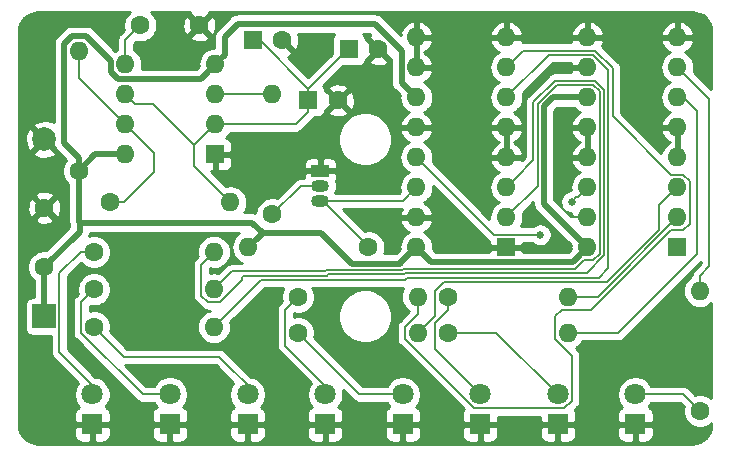
<source format=gbr>
G04 #@! TF.GenerationSoftware,KiCad,Pcbnew,(5.1.4)-1*
G04 #@! TF.CreationDate,2019-11-26T11:52:50-05:00*
G04 #@! TF.ProjectId,8-bit counter,382d6269-7420-4636-9f75-6e7465722e6b,rev?*
G04 #@! TF.SameCoordinates,Original*
G04 #@! TF.FileFunction,Copper,L1,Top*
G04 #@! TF.FilePolarity,Positive*
%FSLAX46Y46*%
G04 Gerber Fmt 4.6, Leading zero omitted, Abs format (unit mm)*
G04 Created by KiCad (PCBNEW (5.1.4)-1) date 2019-11-26 11:52:50*
%MOMM*%
%LPD*%
G04 APERTURE LIST*
%ADD10C,1.600000*%
%ADD11R,1.600000X1.600000*%
%ADD12O,1.600000X1.600000*%
%ADD13R,1.800000X1.800000*%
%ADD14C,1.800000*%
%ADD15O,1.500000X1.050000*%
%ADD16R,1.500000X1.050000*%
%ADD17R,2.000000X2.000000*%
%ADD18C,2.000000*%
%ADD19C,0.660400*%
%ADD20C,0.152400*%
%ADD21C,0.508000*%
%ADD22C,0.254000*%
G04 APERTURE END LIST*
D10*
X115911000Y-44196000D03*
D11*
X113411000Y-44196000D03*
D10*
X107783000Y-43434000D03*
D11*
X105283000Y-43434000D03*
D10*
X87630000Y-57611000D03*
X87630000Y-62611000D03*
X100758000Y-42164000D03*
X95758000Y-42164000D03*
D12*
X101981000Y-61341000D03*
D10*
X91821000Y-61341000D03*
X112482000Y-48514000D03*
D11*
X109982000Y-48514000D03*
D12*
X94488000Y-53086000D03*
X102108000Y-45466000D03*
X94488000Y-50546000D03*
X102108000Y-48006000D03*
X94488000Y-48006000D03*
X102108000Y-50546000D03*
X94488000Y-45466000D03*
D11*
X102108000Y-53086000D03*
X126746000Y-60960000D03*
D12*
X119126000Y-43180000D03*
X126746000Y-58420000D03*
X119126000Y-45720000D03*
X126746000Y-55880000D03*
X119126000Y-48260000D03*
X126746000Y-53340000D03*
X119126000Y-50800000D03*
X126746000Y-50800000D03*
X119126000Y-53340000D03*
X126746000Y-48260000D03*
X119126000Y-55880000D03*
X126746000Y-45720000D03*
X119126000Y-58420000D03*
X126746000Y-43180000D03*
X119126000Y-60960000D03*
D11*
X141224000Y-60960000D03*
D12*
X133604000Y-43180000D03*
X141224000Y-58420000D03*
X133604000Y-45720000D03*
X141224000Y-55880000D03*
X133604000Y-48260000D03*
X141224000Y-53340000D03*
X133604000Y-50800000D03*
X141224000Y-50800000D03*
X133604000Y-53340000D03*
X141224000Y-48260000D03*
X133604000Y-55880000D03*
X141224000Y-45720000D03*
X133604000Y-58420000D03*
X141224000Y-43180000D03*
X133604000Y-60960000D03*
D13*
X91694000Y-75946000D03*
D14*
X91694000Y-73406000D03*
X98261714Y-73406000D03*
D13*
X98261714Y-75946000D03*
D14*
X104829428Y-73406000D03*
D13*
X104829428Y-75946000D03*
X111397142Y-75946000D03*
D14*
X111397142Y-73406000D03*
X117964856Y-73406000D03*
D13*
X117964856Y-75946000D03*
X124532570Y-75946000D03*
D14*
X124532570Y-73406000D03*
X131100284Y-73406000D03*
D13*
X131100284Y-75946000D03*
X137668000Y-75946000D03*
D14*
X137668000Y-73406000D03*
D15*
X110998000Y-55753000D03*
X110998000Y-57023000D03*
D16*
X110998000Y-54483000D03*
D12*
X90551000Y-44323000D03*
D10*
X90551000Y-54483000D03*
X93218000Y-57150000D03*
D12*
X103378000Y-57150000D03*
X101981000Y-64516000D03*
D10*
X91821000Y-64516000D03*
X91821000Y-67691000D03*
D12*
X101981000Y-67691000D03*
X119253000Y-65151000D03*
D10*
X109093000Y-65151000D03*
X109093000Y-68199000D03*
D12*
X119253000Y-68199000D03*
D10*
X121793000Y-65151000D03*
D12*
X131953000Y-65151000D03*
X131953000Y-68199000D03*
D10*
X121793000Y-68199000D03*
X143129000Y-74803000D03*
D12*
X143129000Y-64643000D03*
D10*
X106934000Y-58166000D03*
D12*
X106934000Y-48006000D03*
X104902000Y-60960000D03*
D10*
X115062000Y-60960000D03*
D17*
X87630000Y-66802000D03*
D18*
X87630000Y-51812000D03*
D19*
X129667000Y-58674000D03*
X130937000Y-59944000D03*
X131064000Y-56769000D03*
X109728000Y-43561000D03*
X109982000Y-46101000D03*
X111379000Y-43942000D03*
X95631000Y-43942000D03*
X93472000Y-43688000D03*
X94107000Y-41402000D03*
X90551000Y-41529000D03*
X85979000Y-42418000D03*
X88011000Y-42418000D03*
X85979000Y-47752000D03*
X88011000Y-47752000D03*
X87630000Y-54737000D03*
X86614000Y-59563000D03*
X86741000Y-70104000D03*
X86614000Y-76327000D03*
X89281000Y-74295000D03*
X94869000Y-75565000D03*
X95631000Y-71247000D03*
X91567000Y-70739000D03*
X90043000Y-63881000D03*
X93345000Y-62992000D03*
X93599000Y-60198000D03*
X100076000Y-60071000D03*
X99949000Y-62992000D03*
X100838000Y-66421000D03*
X92583000Y-66040000D03*
X94869000Y-69088000D03*
X100584000Y-69088000D03*
X107315000Y-64770000D03*
X103886000Y-67310000D03*
X106807000Y-68453000D03*
X104140000Y-70104000D03*
X107315000Y-71755000D03*
X108331000Y-75692000D03*
X101600000Y-75692000D03*
X101600000Y-71374000D03*
X114935000Y-74676000D03*
X121412000Y-76835000D03*
X120904000Y-73279000D03*
X118110000Y-70739000D03*
X114808000Y-71882000D03*
X112522000Y-69088000D03*
X110617000Y-66675000D03*
X112268000Y-64897000D03*
X117094000Y-65024000D03*
X116713000Y-69342000D03*
X127635000Y-76073000D03*
X134493000Y-75946000D03*
X143256000Y-76835000D03*
X140208000Y-74803000D03*
X143637000Y-73025000D03*
X143764000Y-66421000D03*
X141351000Y-64643000D03*
X133604000Y-69342000D03*
X140081000Y-69850000D03*
X135382000Y-71501000D03*
X128524000Y-60833000D03*
X124079000Y-60833000D03*
X121412000Y-57658000D03*
X121031000Y-60706000D03*
X116840000Y-60071000D03*
X114046000Y-58166000D03*
X116967000Y-58420000D03*
X100203000Y-45339000D03*
X102616000Y-41529000D03*
X98044000Y-41910000D03*
X113030000Y-46355000D03*
X116713000Y-45974000D03*
X116078000Y-48641000D03*
X110871000Y-51308000D03*
X104775000Y-51816000D03*
X104394000Y-54864000D03*
X105156000Y-57277000D03*
X108077000Y-55372000D03*
X108458000Y-52070000D03*
X112903000Y-55880000D03*
X117348000Y-55880000D03*
X131191000Y-55118000D03*
X131191000Y-49530000D03*
X124968000Y-57277000D03*
X128016000Y-52070000D03*
X131699000Y-45720000D03*
X128016000Y-49530000D03*
X123063000Y-41910000D03*
X122936000Y-46355000D03*
X122809000Y-51181000D03*
X130175000Y-42037000D03*
X137795000Y-42037000D03*
X137795000Y-46101000D03*
X139446000Y-51181000D03*
X143256000Y-44704000D03*
X132270500Y-57086500D03*
X129600201Y-59883799D03*
D20*
X129038382Y-53587618D02*
X127545999Y-55080001D01*
X129038382Y-48656407D02*
X129038382Y-53587618D01*
X130863398Y-46831389D02*
X129038382Y-48656407D01*
X134266550Y-46831389D02*
X130863398Y-46831389D01*
X135032611Y-47597450D02*
X134266550Y-46831389D01*
X101981000Y-61341000D02*
X100904799Y-62417201D01*
X127545999Y-55080001D02*
X126746000Y-55880000D01*
X100904799Y-62417201D02*
X100904799Y-65032577D01*
X101464423Y-65592201D02*
X102497577Y-65592201D01*
X104549590Y-63344410D02*
X111569393Y-63344410D01*
X100904799Y-65032577D02*
X101464423Y-65592201D01*
X102497577Y-65592201D02*
X104394000Y-63695778D01*
X104394000Y-63500000D02*
X104549590Y-63344410D01*
X104394000Y-63695778D02*
X104394000Y-63500000D01*
X111569393Y-63344410D02*
X111674183Y-63239620D01*
X118215213Y-63119000D02*
X118237000Y-63119000D01*
X111674183Y-63239620D02*
X118094593Y-63239620D01*
X118259379Y-63096621D02*
X133558540Y-63096621D01*
X118094593Y-63239620D02*
X118215213Y-63119000D01*
X133558540Y-63096621D02*
X135032611Y-61622550D01*
X118237000Y-63119000D02*
X118259379Y-63096621D01*
X135032611Y-61622550D02*
X135032611Y-47597450D01*
X88906201Y-63124429D02*
X88906201Y-68065799D01*
X91821000Y-61341000D02*
X90689630Y-61341000D01*
X90689630Y-61341000D02*
X88906201Y-63124429D01*
X88906201Y-68065799D02*
X88900000Y-68072000D01*
X88900000Y-69850000D02*
X92456000Y-73406000D01*
X88900000Y-68072000D02*
X88900000Y-69850000D01*
X97750922Y-73406000D02*
X99023714Y-73406000D01*
X95943222Y-73406000D02*
X97750922Y-73406000D01*
X90744799Y-68207577D02*
X95943222Y-73406000D01*
X90744799Y-65592201D02*
X90744799Y-68207577D01*
X91821000Y-64516000D02*
X90744799Y-65592201D01*
X103505000Y-62992000D02*
X101981000Y-64516000D01*
X111528210Y-62887210D02*
X111423420Y-62992000D01*
X117948620Y-62887210D02*
X111528210Y-62887210D01*
X133277629Y-62036201D02*
X132569619Y-62744211D01*
X134120577Y-62036201D02*
X133277629Y-62036201D01*
X134680201Y-61476577D02*
X134120577Y-62036201D01*
X129390790Y-55775210D02*
X129390791Y-48802379D01*
X111423420Y-62992000D02*
X103505000Y-62992000D01*
X118091619Y-62744211D02*
X117948620Y-62887210D01*
X126746000Y-58420000D02*
X129390790Y-55775210D01*
X131009371Y-47183799D02*
X134120577Y-47183799D01*
X134120577Y-47183799D02*
X134680201Y-47743423D01*
X132569619Y-62744211D02*
X118091619Y-62744211D01*
X129390791Y-48802379D02*
X131009371Y-47183799D01*
X134680201Y-47743423D02*
X134680201Y-61476577D01*
X134120577Y-44643799D02*
X135385021Y-45908243D01*
X126746000Y-48260000D02*
X130362201Y-44643799D01*
X130362201Y-44643799D02*
X134120577Y-44643799D01*
X118304006Y-63528590D02*
X118135776Y-63696820D01*
X134591410Y-63528590D02*
X118304006Y-63528590D01*
X135385021Y-45908243D02*
X135385021Y-62734979D01*
X135385021Y-62734979D02*
X134591410Y-63528590D01*
X105975180Y-63696820D02*
X101981000Y-67691000D01*
X118135776Y-63696820D02*
X105975180Y-63696820D01*
X102416428Y-70231000D02*
X105591428Y-73406000D01*
X91821000Y-67691000D02*
X94361000Y-70231000D01*
X94361000Y-70231000D02*
X102416428Y-70231000D01*
X111259143Y-72506001D02*
X112159142Y-73406000D01*
X108016799Y-69263657D02*
X111259143Y-72506001D01*
X108016799Y-66227201D02*
X108016799Y-69263657D01*
X109093000Y-65151000D02*
X108016799Y-66227201D01*
X127545999Y-44920001D02*
X126746000Y-45720000D01*
X134266550Y-44291389D02*
X128174611Y-44291389D01*
X135737431Y-45762270D02*
X134266550Y-44291389D01*
X135737431Y-49833807D02*
X135737431Y-45762270D01*
X140707423Y-54803799D02*
X135737431Y-49833807D01*
X141740577Y-54803799D02*
X140707423Y-54803799D01*
X119253000Y-66606222D02*
X118176799Y-67682423D01*
X118176799Y-68715577D02*
X124043423Y-74582201D01*
X118176799Y-67682423D02*
X118176799Y-68715577D01*
X124043423Y-74582201D02*
X131664861Y-74582201D01*
X131664861Y-74582201D02*
X132276485Y-73970577D01*
X132276485Y-73970577D02*
X132276485Y-70115263D01*
X133915183Y-66227201D02*
X140646183Y-59496201D01*
X132276485Y-70115263D02*
X130876799Y-68715577D01*
X128174611Y-44291389D02*
X127545999Y-44920001D01*
X130876799Y-68715577D02*
X130876799Y-66786825D01*
X140646183Y-59496201D02*
X141740577Y-59496201D01*
X130876799Y-66786825D02*
X131436423Y-66227201D01*
X119253000Y-65151000D02*
X119253000Y-66606222D01*
X131436423Y-66227201D02*
X133915183Y-66227201D01*
X141740577Y-59496201D02*
X142300201Y-58936577D01*
X142300201Y-58936577D02*
X142300201Y-55363423D01*
X142300201Y-55363423D02*
X141740577Y-54803799D01*
X129667000Y-58674000D02*
X130937000Y-59944000D01*
X132472630Y-58420000D02*
X133604000Y-58420000D01*
X132248027Y-58420000D02*
X132472630Y-58420000D01*
X131064000Y-57235973D02*
X132248027Y-58420000D01*
X131064000Y-56769000D02*
X131064000Y-57235973D01*
D21*
X93472000Y-53086000D02*
X94488000Y-53086000D01*
X120380001Y-62214001D02*
X132349999Y-62214001D01*
X119126000Y-60960000D02*
X120380001Y-62214001D01*
X87630000Y-65649600D02*
X87630000Y-62611000D01*
X87630000Y-66802000D02*
X87630000Y-65649600D01*
X91948000Y-53086000D02*
X90551000Y-54483000D01*
X94488000Y-53086000D02*
X91948000Y-53086000D01*
X102907999Y-43142001D02*
X104013000Y-42037000D01*
X102108000Y-45466000D02*
X102907999Y-44666001D01*
X102907999Y-44666001D02*
X102907999Y-43142001D01*
X118326001Y-47460001D02*
X119126000Y-48260000D01*
X117871999Y-47005999D02*
X118326001Y-47460001D01*
X117871999Y-44301077D02*
X117871999Y-47005999D01*
X115607922Y-42037000D02*
X117871999Y-44301077D01*
X104013000Y-42037000D02*
X115607922Y-42037000D01*
X90615001Y-58865001D02*
X90551000Y-58801000D01*
X90551000Y-58801000D02*
X90551000Y-54483000D01*
X105220001Y-58865001D02*
X90615001Y-58865001D01*
X90615001Y-59625999D02*
X90615001Y-58865001D01*
X87630000Y-62611000D02*
X90615001Y-59625999D01*
X105701999Y-60160001D02*
X106108500Y-59753500D01*
X104902000Y-60960000D02*
X105701999Y-60160001D01*
X106108500Y-59753500D02*
X105220001Y-58865001D01*
X132804001Y-61759999D02*
X132349999Y-62214001D01*
X133604000Y-60960000D02*
X132804001Y-61759999D01*
X133604000Y-60960000D02*
X129921000Y-57277000D01*
X130683000Y-48260000D02*
X133604000Y-48260000D01*
X129921000Y-49022000D02*
X130683000Y-48260000D01*
X129921000Y-57277000D02*
X129921000Y-49022000D01*
X106108500Y-59753500D02*
X111061500Y-59753500D01*
X119126000Y-60960000D02*
X117856000Y-62230000D01*
X113665000Y-62357000D02*
X117729000Y-62357000D01*
X117729000Y-62357000D02*
X117856000Y-62230000D01*
X111061500Y-59753500D02*
X113665000Y-62357000D01*
X101308001Y-46265999D02*
X102108000Y-45466000D01*
X93886079Y-46720001D02*
X100853999Y-46720001D01*
X93233999Y-46067921D02*
X93886079Y-46720001D01*
X93233999Y-45150077D02*
X93233999Y-46067921D01*
X100853999Y-46720001D02*
X101308001Y-46265999D01*
X91152921Y-43068999D02*
X93233999Y-45150077D01*
X89949079Y-43068999D02*
X91152921Y-43068999D01*
X89296999Y-43721079D02*
X89949079Y-43068999D01*
X89296999Y-52097629D02*
X89296999Y-43721079D01*
X90551000Y-53351630D02*
X89296999Y-52097629D01*
X90551000Y-54483000D02*
X90551000Y-53351630D01*
D20*
X132804001Y-56679999D02*
X132677001Y-56679999D01*
X133604000Y-55880000D02*
X132804001Y-56679999D01*
X132677001Y-56679999D02*
X132270500Y-57086500D01*
X132270500Y-57086500D02*
X132207000Y-57150000D01*
X125669799Y-59883799D02*
X129600201Y-59883799D01*
X119126000Y-53340000D02*
X125669799Y-59883799D01*
X129600201Y-59883799D02*
X129600201Y-59883799D01*
X117983000Y-57023000D02*
X119126000Y-55880000D01*
X110998000Y-57023000D02*
X117983000Y-57023000D01*
X115062000Y-60862000D02*
X115062000Y-60960000D01*
X111223000Y-57023000D02*
X115062000Y-60862000D01*
X110998000Y-57023000D02*
X111223000Y-57023000D01*
X134493000Y-65151000D02*
X131953000Y-65151000D01*
X141224000Y-58420000D02*
X134493000Y-65151000D01*
X139700000Y-57404000D02*
X141224000Y-55880000D01*
X119253000Y-68199000D02*
X120716799Y-66735201D01*
X120716799Y-64634423D02*
X121470222Y-63881000D01*
X121470222Y-63881000D02*
X135264618Y-63881000D01*
X135264618Y-63881000D02*
X139700000Y-59445618D01*
X120716799Y-66735201D02*
X120716799Y-64634423D01*
X139700000Y-59445618D02*
X139700000Y-57404000D01*
X141224000Y-48260000D02*
X141732000Y-48260000D01*
X141732000Y-48260000D02*
X142875000Y-49403000D01*
X133084370Y-68199000D02*
X131953000Y-68199000D01*
X136202222Y-68199000D02*
X133084370Y-68199000D01*
X142875000Y-61526222D02*
X136202222Y-68199000D01*
X142875000Y-49403000D02*
X142875000Y-61526222D01*
X142023999Y-46519999D02*
X141224000Y-45720000D01*
X143928999Y-48424999D02*
X142023999Y-46519999D01*
X143928999Y-62573001D02*
X143928999Y-48424999D01*
X143129000Y-64643000D02*
X143129000Y-63373000D01*
X143129000Y-63373000D02*
X143928999Y-62573001D01*
X94349370Y-57150000D02*
X96901000Y-54598370D01*
X93218000Y-57150000D02*
X94349370Y-57150000D01*
X96901000Y-52959000D02*
X94488000Y-50546000D01*
X96901000Y-54598370D02*
X96901000Y-52959000D01*
X90551000Y-46609000D02*
X90551000Y-44323000D01*
X94488000Y-50546000D02*
X90551000Y-46609000D01*
X103378000Y-57150000D02*
X100330000Y-54102000D01*
X100330000Y-54102000D02*
X100330000Y-52324000D01*
X100330000Y-52324000D02*
X102108000Y-50546000D01*
X96811999Y-48805999D02*
X100330000Y-52324000D01*
X95287999Y-48805999D02*
X96811999Y-48805999D01*
X94488000Y-48006000D02*
X95287999Y-48805999D01*
X109982000Y-49466400D02*
X109982000Y-48514000D01*
X108902400Y-50546000D02*
X109982000Y-49466400D01*
X102108000Y-50546000D02*
X108902400Y-50546000D01*
X105854400Y-43434000D02*
X105283000Y-43434000D01*
X109982000Y-47561600D02*
X105854400Y-43434000D01*
X113347600Y-44196000D02*
X113411000Y-44196000D01*
X109982000Y-47561600D02*
X113347600Y-44196000D01*
X109982000Y-48514000D02*
X109982000Y-47561600D01*
X114300000Y-73406000D02*
X118726856Y-73406000D01*
X109093000Y-68199000D02*
X114300000Y-73406000D01*
X123632571Y-72506001D02*
X124532570Y-73406000D01*
X120716799Y-69590229D02*
X123632571Y-72506001D01*
X120716799Y-67358571D02*
X120716799Y-69590229D01*
X121793000Y-66282370D02*
X120716799Y-67358571D01*
X121793000Y-65151000D02*
X121793000Y-66282370D01*
X125893284Y-68199000D02*
X131100284Y-73406000D01*
X121793000Y-68199000D02*
X125893284Y-68199000D01*
X141732000Y-73406000D02*
X143129000Y-74803000D01*
X137668000Y-73406000D02*
X141732000Y-73406000D01*
X94488000Y-43434000D02*
X95758000Y-42164000D01*
X94488000Y-45466000D02*
X94488000Y-43434000D01*
X102108000Y-48006000D02*
X106934000Y-48006000D01*
X109347000Y-55753000D02*
X106934000Y-58166000D01*
X110998000Y-55753000D02*
X109347000Y-55753000D01*
D22*
G36*
X94843241Y-41049363D02*
G01*
X94643363Y-41249241D01*
X94486320Y-41484273D01*
X94378147Y-41745426D01*
X94323000Y-42022665D01*
X94323000Y-42305335D01*
X94370762Y-42545450D01*
X94009810Y-42906403D01*
X93982674Y-42928673D01*
X93960404Y-42955809D01*
X93960403Y-42955810D01*
X93893798Y-43036968D01*
X93847632Y-43123339D01*
X93827759Y-43160519D01*
X93787092Y-43294580D01*
X93784955Y-43316275D01*
X93773360Y-43434000D01*
X93776801Y-43468936D01*
X93776801Y-44219015D01*
X93686899Y-44267068D01*
X93643688Y-44302530D01*
X91812420Y-42471263D01*
X91784580Y-42437340D01*
X91649212Y-42326246D01*
X91494772Y-42243696D01*
X91327195Y-42192863D01*
X91196588Y-42179999D01*
X91196581Y-42179999D01*
X91152921Y-42175699D01*
X91109261Y-42179999D01*
X89992738Y-42179999D01*
X89949078Y-42175699D01*
X89905418Y-42179999D01*
X89905412Y-42179999D01*
X89808003Y-42189593D01*
X89774803Y-42192863D01*
X89714104Y-42211276D01*
X89607228Y-42243696D01*
X89452788Y-42326246D01*
X89317420Y-42437340D01*
X89289580Y-42471263D01*
X88699258Y-43061585D01*
X88665341Y-43089420D01*
X88637506Y-43123337D01*
X88637504Y-43123339D01*
X88554247Y-43224788D01*
X88471697Y-43379227D01*
X88420863Y-43546805D01*
X88403699Y-43721079D01*
X88408000Y-43764749D01*
X88407999Y-50372273D01*
X88200429Y-50271296D01*
X87888892Y-50189616D01*
X87567405Y-50170282D01*
X87248325Y-50214039D01*
X86943912Y-50319205D01*
X86769956Y-50412186D01*
X86674192Y-50676587D01*
X87630000Y-51632395D01*
X87644143Y-51618253D01*
X87823748Y-51797858D01*
X87809605Y-51812000D01*
X88511440Y-52513835D01*
X88554246Y-52593919D01*
X88665340Y-52729288D01*
X88699263Y-52757128D01*
X89473369Y-53531235D01*
X89436363Y-53568241D01*
X89279320Y-53803273D01*
X89171147Y-54064426D01*
X89116000Y-54341665D01*
X89116000Y-54624335D01*
X89171147Y-54901574D01*
X89279320Y-55162727D01*
X89436363Y-55397759D01*
X89636241Y-55597637D01*
X89662001Y-55614849D01*
X89662000Y-58757340D01*
X89657700Y-58801000D01*
X89662000Y-58844660D01*
X89662000Y-58844666D01*
X89672138Y-58947597D01*
X89674864Y-58975274D01*
X89685625Y-59010747D01*
X89725697Y-59142850D01*
X89726001Y-59143419D01*
X89726001Y-59257763D01*
X87801721Y-61182044D01*
X87771335Y-61176000D01*
X87488665Y-61176000D01*
X87211426Y-61231147D01*
X86950273Y-61339320D01*
X86715241Y-61496363D01*
X86515363Y-61696241D01*
X86358320Y-61931273D01*
X86250147Y-62192426D01*
X86195000Y-62469665D01*
X86195000Y-62752335D01*
X86250147Y-63029574D01*
X86358320Y-63290727D01*
X86515363Y-63525759D01*
X86715241Y-63725637D01*
X86741001Y-63742849D01*
X86741000Y-65163928D01*
X86630000Y-65163928D01*
X86505518Y-65176188D01*
X86385820Y-65212498D01*
X86275506Y-65271463D01*
X86178815Y-65350815D01*
X86099463Y-65447506D01*
X86040498Y-65557820D01*
X86004188Y-65677518D01*
X85991928Y-65802000D01*
X85991928Y-67802000D01*
X86004188Y-67926482D01*
X86040498Y-68046180D01*
X86099463Y-68156494D01*
X86178815Y-68253185D01*
X86275506Y-68332537D01*
X86385820Y-68391502D01*
X86505518Y-68427812D01*
X86630000Y-68440072D01*
X88188800Y-68440072D01*
X88188801Y-69815064D01*
X88185360Y-69850000D01*
X88188801Y-69884936D01*
X88198880Y-69987262D01*
X88199092Y-69989419D01*
X88239759Y-70123481D01*
X88305798Y-70247032D01*
X88312076Y-70254682D01*
X88394674Y-70355327D01*
X88421810Y-70377597D01*
X90489679Y-72445467D01*
X90333701Y-72678905D01*
X90217989Y-72958257D01*
X90159000Y-73254816D01*
X90159000Y-73557184D01*
X90217989Y-73853743D01*
X90333701Y-74133095D01*
X90501688Y-74384505D01*
X90568127Y-74450944D01*
X90549820Y-74456498D01*
X90439506Y-74515463D01*
X90342815Y-74594815D01*
X90263463Y-74691506D01*
X90204498Y-74801820D01*
X90168188Y-74921518D01*
X90155928Y-75046000D01*
X90159000Y-75660250D01*
X90317750Y-75819000D01*
X91567000Y-75819000D01*
X91567000Y-75799000D01*
X91821000Y-75799000D01*
X91821000Y-75819000D01*
X93070250Y-75819000D01*
X93229000Y-75660250D01*
X93232072Y-75046000D01*
X93219812Y-74921518D01*
X93183502Y-74801820D01*
X93124537Y-74691506D01*
X93045185Y-74594815D01*
X92948494Y-74515463D01*
X92838180Y-74456498D01*
X92819873Y-74450944D01*
X92886312Y-74384505D01*
X93054299Y-74133095D01*
X93170011Y-73853743D01*
X93229000Y-73557184D01*
X93229000Y-73254816D01*
X93170011Y-72958257D01*
X93054299Y-72678905D01*
X92886312Y-72427495D01*
X92672505Y-72213688D01*
X92421095Y-72045701D01*
X92141743Y-71929989D01*
X91947051Y-71891263D01*
X89611200Y-69555413D01*
X89611200Y-68163693D01*
X89617401Y-68100735D01*
X89617401Y-68100727D01*
X89620841Y-68065799D01*
X89617401Y-68030871D01*
X89617401Y-65592201D01*
X90030159Y-65592201D01*
X90033599Y-65627127D01*
X90033600Y-68172641D01*
X90030159Y-68207577D01*
X90033600Y-68242513D01*
X90043891Y-68346997D01*
X90061680Y-68405640D01*
X90084558Y-68481058D01*
X90149960Y-68603416D01*
X90150598Y-68604610D01*
X90239473Y-68712904D01*
X90266609Y-68735174D01*
X95415629Y-73884196D01*
X95437895Y-73911327D01*
X95465026Y-73933593D01*
X95465030Y-73933597D01*
X95546189Y-74000202D01*
X95669741Y-74066242D01*
X95803802Y-74106909D01*
X95908286Y-74117200D01*
X95908295Y-74117200D01*
X95943221Y-74120640D01*
X95978147Y-74117200D01*
X96894831Y-74117200D01*
X96901415Y-74133095D01*
X97069402Y-74384505D01*
X97135841Y-74450944D01*
X97117534Y-74456498D01*
X97007220Y-74515463D01*
X96910529Y-74594815D01*
X96831177Y-74691506D01*
X96772212Y-74801820D01*
X96735902Y-74921518D01*
X96723642Y-75046000D01*
X96726714Y-75660250D01*
X96885464Y-75819000D01*
X98134714Y-75819000D01*
X98134714Y-75799000D01*
X98388714Y-75799000D01*
X98388714Y-75819000D01*
X99637964Y-75819000D01*
X99796714Y-75660250D01*
X99799786Y-75046000D01*
X99787526Y-74921518D01*
X99751216Y-74801820D01*
X99692251Y-74691506D01*
X99612899Y-74594815D01*
X99516208Y-74515463D01*
X99405894Y-74456498D01*
X99387587Y-74450944D01*
X99454026Y-74384505D01*
X99622013Y-74133095D01*
X99737725Y-73853743D01*
X99796714Y-73557184D01*
X99796714Y-73254816D01*
X99737725Y-72958257D01*
X99622013Y-72678905D01*
X99454026Y-72427495D01*
X99240219Y-72213688D01*
X98988809Y-72045701D01*
X98709457Y-71929989D01*
X98412898Y-71871000D01*
X98110530Y-71871000D01*
X97813971Y-71929989D01*
X97534619Y-72045701D01*
X97283209Y-72213688D01*
X97069402Y-72427495D01*
X96901415Y-72678905D01*
X96894831Y-72694800D01*
X96237811Y-72694800D01*
X94485210Y-70942200D01*
X102121841Y-70942200D01*
X103625107Y-72445467D01*
X103469129Y-72678905D01*
X103353417Y-72958257D01*
X103294428Y-73254816D01*
X103294428Y-73557184D01*
X103353417Y-73853743D01*
X103469129Y-74133095D01*
X103637116Y-74384505D01*
X103703555Y-74450944D01*
X103685248Y-74456498D01*
X103574934Y-74515463D01*
X103478243Y-74594815D01*
X103398891Y-74691506D01*
X103339926Y-74801820D01*
X103303616Y-74921518D01*
X103291356Y-75046000D01*
X103294428Y-75660250D01*
X103453178Y-75819000D01*
X104702428Y-75819000D01*
X104702428Y-75799000D01*
X104956428Y-75799000D01*
X104956428Y-75819000D01*
X106205678Y-75819000D01*
X106364428Y-75660250D01*
X106367500Y-75046000D01*
X106355240Y-74921518D01*
X106318930Y-74801820D01*
X106259965Y-74691506D01*
X106180613Y-74594815D01*
X106083922Y-74515463D01*
X105973608Y-74456498D01*
X105955301Y-74450944D01*
X106021740Y-74384505D01*
X106189727Y-74133095D01*
X106305439Y-73853743D01*
X106364428Y-73557184D01*
X106364428Y-73254816D01*
X106305439Y-72958257D01*
X106189727Y-72678905D01*
X106021740Y-72427495D01*
X105807933Y-72213688D01*
X105556523Y-72045701D01*
X105277171Y-71929989D01*
X105082478Y-71891262D01*
X102944030Y-69752815D01*
X102921755Y-69725673D01*
X102813461Y-69636798D01*
X102689909Y-69570758D01*
X102555848Y-69530091D01*
X102451364Y-69519800D01*
X102451354Y-69519800D01*
X102416428Y-69516360D01*
X102381502Y-69519800D01*
X94655589Y-69519800D01*
X93208238Y-68072450D01*
X93256000Y-67832335D01*
X93256000Y-67549665D01*
X93200853Y-67272426D01*
X93092680Y-67011273D01*
X92935637Y-66776241D01*
X92735759Y-66576363D01*
X92500727Y-66419320D01*
X92239574Y-66311147D01*
X91962335Y-66256000D01*
X91679665Y-66256000D01*
X91455999Y-66300491D01*
X91455999Y-65906509D01*
X91679665Y-65951000D01*
X91962335Y-65951000D01*
X92239574Y-65895853D01*
X92500727Y-65787680D01*
X92735759Y-65630637D01*
X92935637Y-65430759D01*
X93092680Y-65195727D01*
X93200853Y-64934574D01*
X93256000Y-64657335D01*
X93256000Y-64374665D01*
X93200853Y-64097426D01*
X93092680Y-63836273D01*
X92935637Y-63601241D01*
X92735759Y-63401363D01*
X92500727Y-63244320D01*
X92239574Y-63136147D01*
X91962335Y-63081000D01*
X91679665Y-63081000D01*
X91402426Y-63136147D01*
X91141273Y-63244320D01*
X90906241Y-63401363D01*
X90706363Y-63601241D01*
X90549320Y-63836273D01*
X90441147Y-64097426D01*
X90386000Y-64374665D01*
X90386000Y-64657335D01*
X90433763Y-64897450D01*
X90266609Y-65064604D01*
X90239472Y-65086875D01*
X90150597Y-65195169D01*
X90084557Y-65318721D01*
X90043890Y-65452782D01*
X90033599Y-65557266D01*
X90033599Y-65557275D01*
X90030159Y-65592201D01*
X89617401Y-65592201D01*
X89617401Y-63419016D01*
X90743511Y-62292907D01*
X90906241Y-62455637D01*
X91141273Y-62612680D01*
X91402426Y-62720853D01*
X91679665Y-62776000D01*
X91962335Y-62776000D01*
X92239574Y-62720853D01*
X92500727Y-62612680D01*
X92735759Y-62455637D01*
X92935637Y-62255759D01*
X93092680Y-62020727D01*
X93200853Y-61759574D01*
X93256000Y-61482335D01*
X93256000Y-61199665D01*
X93200853Y-60922426D01*
X93092680Y-60661273D01*
X92935637Y-60426241D01*
X92735759Y-60226363D01*
X92500727Y-60069320D01*
X92239574Y-59961147D01*
X91962335Y-59906000D01*
X91679665Y-59906000D01*
X91444900Y-59952698D01*
X91485714Y-59818150D01*
X91491137Y-59800274D01*
X91495271Y-59758301D01*
X91495695Y-59754001D01*
X104114120Y-59754001D01*
X104100899Y-59761068D01*
X103882392Y-59940392D01*
X103703068Y-60158899D01*
X103569818Y-60408192D01*
X103487764Y-60678691D01*
X103460057Y-60960000D01*
X103487764Y-61241309D01*
X103569818Y-61511808D01*
X103703068Y-61761101D01*
X103882392Y-61979608D01*
X104100899Y-62158932D01*
X104328898Y-62280800D01*
X103539917Y-62280800D01*
X103504999Y-62277361D01*
X103470081Y-62280800D01*
X103470064Y-62280800D01*
X103365580Y-62291091D01*
X103231519Y-62331758D01*
X103184295Y-62357000D01*
X103107966Y-62397798D01*
X103026808Y-62464403D01*
X103026804Y-62464407D01*
X102999673Y-62486673D01*
X102977407Y-62513804D01*
X102359857Y-63131355D01*
X102262309Y-63101764D01*
X102051492Y-63081000D01*
X101910508Y-63081000D01*
X101699691Y-63101764D01*
X101615999Y-63127151D01*
X101615999Y-62729849D01*
X101699691Y-62755236D01*
X101910508Y-62776000D01*
X102051492Y-62776000D01*
X102262309Y-62755236D01*
X102532808Y-62673182D01*
X102782101Y-62539932D01*
X103000608Y-62360608D01*
X103179932Y-62142101D01*
X103313182Y-61892808D01*
X103395236Y-61622309D01*
X103422943Y-61341000D01*
X103395236Y-61059691D01*
X103313182Y-60789192D01*
X103179932Y-60539899D01*
X103000608Y-60321392D01*
X102782101Y-60142068D01*
X102532808Y-60008818D01*
X102262309Y-59926764D01*
X102051492Y-59906000D01*
X101910508Y-59906000D01*
X101699691Y-59926764D01*
X101429192Y-60008818D01*
X101179899Y-60142068D01*
X100961392Y-60321392D01*
X100782068Y-60539899D01*
X100648818Y-60789192D01*
X100566764Y-61059691D01*
X100539057Y-61341000D01*
X100566764Y-61622309D01*
X100596355Y-61719858D01*
X100426609Y-61889604D01*
X100399472Y-61911875D01*
X100310597Y-62020169D01*
X100244557Y-62143721D01*
X100203890Y-62277782D01*
X100193599Y-62382266D01*
X100193599Y-62382275D01*
X100190159Y-62417201D01*
X100193599Y-62452127D01*
X100193600Y-64997641D01*
X100190159Y-65032577D01*
X100193600Y-65067513D01*
X100203891Y-65171997D01*
X100216177Y-65212498D01*
X100244558Y-65306058D01*
X100310597Y-65429609D01*
X100325285Y-65447506D01*
X100399473Y-65537904D01*
X100426609Y-65560174D01*
X100936825Y-66070391D01*
X100959096Y-66097528D01*
X101067390Y-66186403D01*
X101190942Y-66252443D01*
X101325003Y-66293110D01*
X101429487Y-66303401D01*
X101429494Y-66303401D01*
X101464423Y-66306841D01*
X101499351Y-66303401D01*
X101611880Y-66303401D01*
X101429192Y-66358818D01*
X101179899Y-66492068D01*
X100961392Y-66671392D01*
X100782068Y-66889899D01*
X100648818Y-67139192D01*
X100566764Y-67409691D01*
X100539057Y-67691000D01*
X100566764Y-67972309D01*
X100648818Y-68242808D01*
X100782068Y-68492101D01*
X100961392Y-68710608D01*
X101179899Y-68889932D01*
X101429192Y-69023182D01*
X101699691Y-69105236D01*
X101910508Y-69126000D01*
X102051492Y-69126000D01*
X102262309Y-69105236D01*
X102532808Y-69023182D01*
X102782101Y-68889932D01*
X103000608Y-68710608D01*
X103179932Y-68492101D01*
X103313182Y-68242808D01*
X103395236Y-67972309D01*
X103422943Y-67691000D01*
X103395236Y-67409691D01*
X103365645Y-67312142D01*
X106269769Y-64408020D01*
X107863584Y-64408020D01*
X107821320Y-64471273D01*
X107713147Y-64732426D01*
X107658000Y-65009665D01*
X107658000Y-65292335D01*
X107705763Y-65532450D01*
X107538609Y-65699604D01*
X107511472Y-65721875D01*
X107422597Y-65830169D01*
X107356557Y-65953721D01*
X107315890Y-66087782D01*
X107305599Y-66192266D01*
X107305599Y-66192275D01*
X107302159Y-66227201D01*
X107305599Y-66262127D01*
X107305600Y-69228721D01*
X107302159Y-69263657D01*
X107315891Y-69403076D01*
X107356558Y-69537138D01*
X107422597Y-69660689D01*
X107479191Y-69729649D01*
X107511473Y-69768984D01*
X107538609Y-69791254D01*
X110192821Y-72445467D01*
X110036843Y-72678905D01*
X109921131Y-72958257D01*
X109862142Y-73254816D01*
X109862142Y-73557184D01*
X109921131Y-73853743D01*
X110036843Y-74133095D01*
X110204830Y-74384505D01*
X110271269Y-74450944D01*
X110252962Y-74456498D01*
X110142648Y-74515463D01*
X110045957Y-74594815D01*
X109966605Y-74691506D01*
X109907640Y-74801820D01*
X109871330Y-74921518D01*
X109859070Y-75046000D01*
X109862142Y-75660250D01*
X110020892Y-75819000D01*
X111270142Y-75819000D01*
X111270142Y-75799000D01*
X111524142Y-75799000D01*
X111524142Y-75819000D01*
X112773392Y-75819000D01*
X112932142Y-75660250D01*
X112935214Y-75046000D01*
X112922954Y-74921518D01*
X112886644Y-74801820D01*
X112827679Y-74691506D01*
X112748327Y-74594815D01*
X112651636Y-74515463D01*
X112541322Y-74456498D01*
X112523015Y-74450944D01*
X112589454Y-74384505D01*
X112757441Y-74133095D01*
X112873153Y-73853743D01*
X112932142Y-73557184D01*
X112932142Y-73254816D01*
X112879779Y-72991566D01*
X113772402Y-73884190D01*
X113794673Y-73911327D01*
X113902967Y-74000202D01*
X114026519Y-74066242D01*
X114160580Y-74106909D01*
X114265064Y-74117200D01*
X114265073Y-74117200D01*
X114299999Y-74120640D01*
X114334925Y-74117200D01*
X116597973Y-74117200D01*
X116604557Y-74133095D01*
X116772544Y-74384505D01*
X116838983Y-74450944D01*
X116820676Y-74456498D01*
X116710362Y-74515463D01*
X116613671Y-74594815D01*
X116534319Y-74691506D01*
X116475354Y-74801820D01*
X116439044Y-74921518D01*
X116426784Y-75046000D01*
X116429856Y-75660250D01*
X116588606Y-75819000D01*
X117837856Y-75819000D01*
X117837856Y-75799000D01*
X118091856Y-75799000D01*
X118091856Y-75819000D01*
X119341106Y-75819000D01*
X119499856Y-75660250D01*
X119502928Y-75046000D01*
X119490668Y-74921518D01*
X119454358Y-74801820D01*
X119395393Y-74691506D01*
X119316041Y-74594815D01*
X119219350Y-74515463D01*
X119109036Y-74456498D01*
X119090729Y-74450944D01*
X119157168Y-74384505D01*
X119325155Y-74133095D01*
X119440867Y-73853743D01*
X119499856Y-73557184D01*
X119499856Y-73254816D01*
X119440867Y-72958257D01*
X119325155Y-72678905D01*
X119157168Y-72427495D01*
X118943361Y-72213688D01*
X118691951Y-72045701D01*
X118412599Y-71929989D01*
X118116040Y-71871000D01*
X117813672Y-71871000D01*
X117517113Y-71929989D01*
X117237761Y-72045701D01*
X116986351Y-72213688D01*
X116772544Y-72427495D01*
X116604557Y-72678905D01*
X116597973Y-72694800D01*
X114594588Y-72694800D01*
X110480237Y-68580450D01*
X110528000Y-68340335D01*
X110528000Y-68057665D01*
X110472853Y-67780426D01*
X110364680Y-67519273D01*
X110207637Y-67284241D01*
X110007759Y-67084363D01*
X109772727Y-66927320D01*
X109511574Y-66819147D01*
X109234335Y-66764000D01*
X108951665Y-66764000D01*
X108727999Y-66808491D01*
X108727999Y-66541509D01*
X108951665Y-66586000D01*
X109234335Y-66586000D01*
X109279846Y-66576947D01*
X112510000Y-66576947D01*
X112510000Y-67027053D01*
X112597811Y-67468510D01*
X112770059Y-67884353D01*
X113020125Y-68258603D01*
X113338397Y-68576875D01*
X113712647Y-68826941D01*
X114128490Y-68999189D01*
X114569947Y-69087000D01*
X115020053Y-69087000D01*
X115461510Y-68999189D01*
X115877353Y-68826941D01*
X116251603Y-68576875D01*
X116569875Y-68258603D01*
X116819941Y-67884353D01*
X116992189Y-67468510D01*
X117080000Y-67027053D01*
X117080000Y-66576947D01*
X116992189Y-66135490D01*
X116819941Y-65719647D01*
X116569875Y-65345397D01*
X116251603Y-65027125D01*
X115877353Y-64777059D01*
X115461510Y-64604811D01*
X115020053Y-64517000D01*
X114569947Y-64517000D01*
X114128490Y-64604811D01*
X113712647Y-64777059D01*
X113338397Y-65027125D01*
X113020125Y-65345397D01*
X112770059Y-65719647D01*
X112597811Y-66135490D01*
X112510000Y-66576947D01*
X109279846Y-66576947D01*
X109511574Y-66530853D01*
X109772727Y-66422680D01*
X110007759Y-66265637D01*
X110207637Y-66065759D01*
X110364680Y-65830727D01*
X110472853Y-65569574D01*
X110528000Y-65292335D01*
X110528000Y-65009665D01*
X110472853Y-64732426D01*
X110364680Y-64471273D01*
X110322416Y-64408020D01*
X118023002Y-64408020D01*
X117920818Y-64599192D01*
X117838764Y-64869691D01*
X117811057Y-65151000D01*
X117838764Y-65432309D01*
X117920818Y-65702808D01*
X118054068Y-65952101D01*
X118233392Y-66170608D01*
X118451899Y-66349932D01*
X118485527Y-66367907D01*
X117698609Y-67154826D01*
X117671472Y-67177097D01*
X117582597Y-67285391D01*
X117516557Y-67408943D01*
X117475890Y-67543004D01*
X117465599Y-67647488D01*
X117465599Y-67647497D01*
X117462159Y-67682423D01*
X117465599Y-67717349D01*
X117465600Y-68680642D01*
X117462159Y-68715577D01*
X117465600Y-68750512D01*
X117465600Y-68750513D01*
X117475891Y-68854997D01*
X117489515Y-68899908D01*
X117516558Y-68989058D01*
X117582597Y-69112609D01*
X117612538Y-69149092D01*
X117671473Y-69220904D01*
X117698609Y-69243174D01*
X123122275Y-74666841D01*
X123102033Y-74691506D01*
X123043068Y-74801820D01*
X123006758Y-74921518D01*
X122994498Y-75046000D01*
X122997570Y-75660250D01*
X123156320Y-75819000D01*
X124405570Y-75819000D01*
X124405570Y-75799000D01*
X124659570Y-75799000D01*
X124659570Y-75819000D01*
X125908820Y-75819000D01*
X126067570Y-75660250D01*
X126069405Y-75293401D01*
X129563449Y-75293401D01*
X129565284Y-75660250D01*
X129724034Y-75819000D01*
X130973284Y-75819000D01*
X130973284Y-75799000D01*
X131227284Y-75799000D01*
X131227284Y-75819000D01*
X132476534Y-75819000D01*
X132635284Y-75660250D01*
X132638356Y-75046000D01*
X132626096Y-74921518D01*
X132589786Y-74801820D01*
X132541453Y-74711397D01*
X132754680Y-74498170D01*
X132781811Y-74475904D01*
X132804078Y-74448772D01*
X132804082Y-74448768D01*
X132870687Y-74367610D01*
X132936726Y-74244059D01*
X132936727Y-74244058D01*
X132977394Y-74109997D01*
X132987685Y-74005513D01*
X132987685Y-74005506D01*
X132991125Y-73970577D01*
X132987685Y-73935649D01*
X132987685Y-70150191D01*
X132991125Y-70115263D01*
X132987685Y-70080334D01*
X132987685Y-70080327D01*
X132977394Y-69975843D01*
X132936727Y-69841782D01*
X132870687Y-69718230D01*
X132781812Y-69609936D01*
X132754676Y-69587666D01*
X132630831Y-69463821D01*
X132754101Y-69397932D01*
X132972608Y-69218608D01*
X133151932Y-69000101D01*
X133199985Y-68910200D01*
X136167296Y-68910200D01*
X136202222Y-68913640D01*
X136237148Y-68910200D01*
X136237158Y-68910200D01*
X136341642Y-68899909D01*
X136475703Y-68859242D01*
X136599255Y-68793202D01*
X136707549Y-68704327D01*
X136729824Y-68677185D01*
X143217799Y-62189211D01*
X143217799Y-62278413D01*
X142650810Y-62845403D01*
X142623674Y-62867673D01*
X142601404Y-62894809D01*
X142601403Y-62894810D01*
X142534798Y-62975968D01*
X142484041Y-63070929D01*
X142468759Y-63099519D01*
X142428195Y-63233243D01*
X142428092Y-63233581D01*
X142414360Y-63373000D01*
X142416686Y-63396611D01*
X142327899Y-63444068D01*
X142109392Y-63623392D01*
X141930068Y-63841899D01*
X141796818Y-64091192D01*
X141714764Y-64361691D01*
X141687057Y-64643000D01*
X141714764Y-64924309D01*
X141796818Y-65194808D01*
X141930068Y-65444101D01*
X142109392Y-65662608D01*
X142327899Y-65841932D01*
X142577192Y-65975182D01*
X142847691Y-66057236D01*
X143058508Y-66078000D01*
X143199492Y-66078000D01*
X143410309Y-66057236D01*
X143680808Y-65975182D01*
X143930101Y-65841932D01*
X144094601Y-65706931D01*
X144094601Y-73739205D01*
X144043759Y-73688363D01*
X143808727Y-73531320D01*
X143547574Y-73423147D01*
X143270335Y-73368000D01*
X142987665Y-73368000D01*
X142747550Y-73415762D01*
X142259602Y-72927814D01*
X142237327Y-72900673D01*
X142129033Y-72811798D01*
X142005481Y-72745758D01*
X141871420Y-72705091D01*
X141766936Y-72694800D01*
X141766926Y-72694800D01*
X141732000Y-72691360D01*
X141697074Y-72694800D01*
X139034883Y-72694800D01*
X139028299Y-72678905D01*
X138860312Y-72427495D01*
X138646505Y-72213688D01*
X138395095Y-72045701D01*
X138115743Y-71929989D01*
X137819184Y-71871000D01*
X137516816Y-71871000D01*
X137220257Y-71929989D01*
X136940905Y-72045701D01*
X136689495Y-72213688D01*
X136475688Y-72427495D01*
X136307701Y-72678905D01*
X136191989Y-72958257D01*
X136133000Y-73254816D01*
X136133000Y-73557184D01*
X136191989Y-73853743D01*
X136307701Y-74133095D01*
X136475688Y-74384505D01*
X136542127Y-74450944D01*
X136523820Y-74456498D01*
X136413506Y-74515463D01*
X136316815Y-74594815D01*
X136237463Y-74691506D01*
X136178498Y-74801820D01*
X136142188Y-74921518D01*
X136129928Y-75046000D01*
X136133000Y-75660250D01*
X136291750Y-75819000D01*
X137541000Y-75819000D01*
X137541000Y-75799000D01*
X137795000Y-75799000D01*
X137795000Y-75819000D01*
X139044250Y-75819000D01*
X139203000Y-75660250D01*
X139206072Y-75046000D01*
X139193812Y-74921518D01*
X139157502Y-74801820D01*
X139098537Y-74691506D01*
X139019185Y-74594815D01*
X138922494Y-74515463D01*
X138812180Y-74456498D01*
X138793873Y-74450944D01*
X138860312Y-74384505D01*
X139028299Y-74133095D01*
X139034883Y-74117200D01*
X141437413Y-74117200D01*
X141741762Y-74421550D01*
X141694000Y-74661665D01*
X141694000Y-74944335D01*
X141749147Y-75221574D01*
X141857320Y-75482727D01*
X142014363Y-75717759D01*
X142214241Y-75917637D01*
X142449273Y-76074680D01*
X142710426Y-76182853D01*
X142987665Y-76238000D01*
X143270335Y-76238000D01*
X143547574Y-76182853D01*
X143808727Y-76074680D01*
X144043759Y-75917637D01*
X144094601Y-75866795D01*
X144094601Y-75913711D01*
X144060528Y-76261209D01*
X143968984Y-76564417D01*
X143820293Y-76844063D01*
X143620116Y-77089505D01*
X143376076Y-77291392D01*
X143097475Y-77442031D01*
X142794913Y-77535690D01*
X142449442Y-77572000D01*
X87128879Y-77572000D01*
X86781391Y-77537928D01*
X86478183Y-77446384D01*
X86198537Y-77297693D01*
X85953095Y-77097516D01*
X85751208Y-76853476D01*
X85747166Y-76846000D01*
X90155928Y-76846000D01*
X90168188Y-76970482D01*
X90204498Y-77090180D01*
X90263463Y-77200494D01*
X90342815Y-77297185D01*
X90439506Y-77376537D01*
X90549820Y-77435502D01*
X90669518Y-77471812D01*
X90794000Y-77484072D01*
X91408250Y-77481000D01*
X91567000Y-77322250D01*
X91567000Y-76073000D01*
X91821000Y-76073000D01*
X91821000Y-77322250D01*
X91979750Y-77481000D01*
X92594000Y-77484072D01*
X92718482Y-77471812D01*
X92838180Y-77435502D01*
X92948494Y-77376537D01*
X93045185Y-77297185D01*
X93124537Y-77200494D01*
X93183502Y-77090180D01*
X93219812Y-76970482D01*
X93232072Y-76846000D01*
X96723642Y-76846000D01*
X96735902Y-76970482D01*
X96772212Y-77090180D01*
X96831177Y-77200494D01*
X96910529Y-77297185D01*
X97007220Y-77376537D01*
X97117534Y-77435502D01*
X97237232Y-77471812D01*
X97361714Y-77484072D01*
X97975964Y-77481000D01*
X98134714Y-77322250D01*
X98134714Y-76073000D01*
X98388714Y-76073000D01*
X98388714Y-77322250D01*
X98547464Y-77481000D01*
X99161714Y-77484072D01*
X99286196Y-77471812D01*
X99405894Y-77435502D01*
X99516208Y-77376537D01*
X99612899Y-77297185D01*
X99692251Y-77200494D01*
X99751216Y-77090180D01*
X99787526Y-76970482D01*
X99799786Y-76846000D01*
X103291356Y-76846000D01*
X103303616Y-76970482D01*
X103339926Y-77090180D01*
X103398891Y-77200494D01*
X103478243Y-77297185D01*
X103574934Y-77376537D01*
X103685248Y-77435502D01*
X103804946Y-77471812D01*
X103929428Y-77484072D01*
X104543678Y-77481000D01*
X104702428Y-77322250D01*
X104702428Y-76073000D01*
X104956428Y-76073000D01*
X104956428Y-77322250D01*
X105115178Y-77481000D01*
X105729428Y-77484072D01*
X105853910Y-77471812D01*
X105973608Y-77435502D01*
X106083922Y-77376537D01*
X106180613Y-77297185D01*
X106259965Y-77200494D01*
X106318930Y-77090180D01*
X106355240Y-76970482D01*
X106367500Y-76846000D01*
X109859070Y-76846000D01*
X109871330Y-76970482D01*
X109907640Y-77090180D01*
X109966605Y-77200494D01*
X110045957Y-77297185D01*
X110142648Y-77376537D01*
X110252962Y-77435502D01*
X110372660Y-77471812D01*
X110497142Y-77484072D01*
X111111392Y-77481000D01*
X111270142Y-77322250D01*
X111270142Y-76073000D01*
X111524142Y-76073000D01*
X111524142Y-77322250D01*
X111682892Y-77481000D01*
X112297142Y-77484072D01*
X112421624Y-77471812D01*
X112541322Y-77435502D01*
X112651636Y-77376537D01*
X112748327Y-77297185D01*
X112827679Y-77200494D01*
X112886644Y-77090180D01*
X112922954Y-76970482D01*
X112935214Y-76846000D01*
X116426784Y-76846000D01*
X116439044Y-76970482D01*
X116475354Y-77090180D01*
X116534319Y-77200494D01*
X116613671Y-77297185D01*
X116710362Y-77376537D01*
X116820676Y-77435502D01*
X116940374Y-77471812D01*
X117064856Y-77484072D01*
X117679106Y-77481000D01*
X117837856Y-77322250D01*
X117837856Y-76073000D01*
X118091856Y-76073000D01*
X118091856Y-77322250D01*
X118250606Y-77481000D01*
X118864856Y-77484072D01*
X118989338Y-77471812D01*
X119109036Y-77435502D01*
X119219350Y-77376537D01*
X119316041Y-77297185D01*
X119395393Y-77200494D01*
X119454358Y-77090180D01*
X119490668Y-76970482D01*
X119502928Y-76846000D01*
X122994498Y-76846000D01*
X123006758Y-76970482D01*
X123043068Y-77090180D01*
X123102033Y-77200494D01*
X123181385Y-77297185D01*
X123278076Y-77376537D01*
X123388390Y-77435502D01*
X123508088Y-77471812D01*
X123632570Y-77484072D01*
X124246820Y-77481000D01*
X124405570Y-77322250D01*
X124405570Y-76073000D01*
X124659570Y-76073000D01*
X124659570Y-77322250D01*
X124818320Y-77481000D01*
X125432570Y-77484072D01*
X125557052Y-77471812D01*
X125676750Y-77435502D01*
X125787064Y-77376537D01*
X125883755Y-77297185D01*
X125963107Y-77200494D01*
X126022072Y-77090180D01*
X126058382Y-76970482D01*
X126070642Y-76846000D01*
X129562212Y-76846000D01*
X129574472Y-76970482D01*
X129610782Y-77090180D01*
X129669747Y-77200494D01*
X129749099Y-77297185D01*
X129845790Y-77376537D01*
X129956104Y-77435502D01*
X130075802Y-77471812D01*
X130200284Y-77484072D01*
X130814534Y-77481000D01*
X130973284Y-77322250D01*
X130973284Y-76073000D01*
X131227284Y-76073000D01*
X131227284Y-77322250D01*
X131386034Y-77481000D01*
X132000284Y-77484072D01*
X132124766Y-77471812D01*
X132244464Y-77435502D01*
X132354778Y-77376537D01*
X132451469Y-77297185D01*
X132530821Y-77200494D01*
X132589786Y-77090180D01*
X132626096Y-76970482D01*
X132638356Y-76846000D01*
X136129928Y-76846000D01*
X136142188Y-76970482D01*
X136178498Y-77090180D01*
X136237463Y-77200494D01*
X136316815Y-77297185D01*
X136413506Y-77376537D01*
X136523820Y-77435502D01*
X136643518Y-77471812D01*
X136768000Y-77484072D01*
X137382250Y-77481000D01*
X137541000Y-77322250D01*
X137541000Y-76073000D01*
X137795000Y-76073000D01*
X137795000Y-77322250D01*
X137953750Y-77481000D01*
X138568000Y-77484072D01*
X138692482Y-77471812D01*
X138812180Y-77435502D01*
X138922494Y-77376537D01*
X139019185Y-77297185D01*
X139098537Y-77200494D01*
X139157502Y-77090180D01*
X139193812Y-76970482D01*
X139206072Y-76846000D01*
X139203000Y-76231750D01*
X139044250Y-76073000D01*
X137795000Y-76073000D01*
X137541000Y-76073000D01*
X136291750Y-76073000D01*
X136133000Y-76231750D01*
X136129928Y-76846000D01*
X132638356Y-76846000D01*
X132635284Y-76231750D01*
X132476534Y-76073000D01*
X131227284Y-76073000D01*
X130973284Y-76073000D01*
X129724034Y-76073000D01*
X129565284Y-76231750D01*
X129562212Y-76846000D01*
X126070642Y-76846000D01*
X126067570Y-76231750D01*
X125908820Y-76073000D01*
X124659570Y-76073000D01*
X124405570Y-76073000D01*
X123156320Y-76073000D01*
X122997570Y-76231750D01*
X122994498Y-76846000D01*
X119502928Y-76846000D01*
X119499856Y-76231750D01*
X119341106Y-76073000D01*
X118091856Y-76073000D01*
X117837856Y-76073000D01*
X116588606Y-76073000D01*
X116429856Y-76231750D01*
X116426784Y-76846000D01*
X112935214Y-76846000D01*
X112932142Y-76231750D01*
X112773392Y-76073000D01*
X111524142Y-76073000D01*
X111270142Y-76073000D01*
X110020892Y-76073000D01*
X109862142Y-76231750D01*
X109859070Y-76846000D01*
X106367500Y-76846000D01*
X106364428Y-76231750D01*
X106205678Y-76073000D01*
X104956428Y-76073000D01*
X104702428Y-76073000D01*
X103453178Y-76073000D01*
X103294428Y-76231750D01*
X103291356Y-76846000D01*
X99799786Y-76846000D01*
X99796714Y-76231750D01*
X99637964Y-76073000D01*
X98388714Y-76073000D01*
X98134714Y-76073000D01*
X96885464Y-76073000D01*
X96726714Y-76231750D01*
X96723642Y-76846000D01*
X93232072Y-76846000D01*
X93229000Y-76231750D01*
X93070250Y-76073000D01*
X91821000Y-76073000D01*
X91567000Y-76073000D01*
X90317750Y-76073000D01*
X90159000Y-76231750D01*
X90155928Y-76846000D01*
X85747166Y-76846000D01*
X85600569Y-76574875D01*
X85506910Y-76272313D01*
X85470600Y-75926842D01*
X85470600Y-58603702D01*
X86816903Y-58603702D01*
X86888486Y-58847671D01*
X87143996Y-58968571D01*
X87418184Y-59037300D01*
X87700512Y-59051217D01*
X87980130Y-59009787D01*
X88246292Y-58914603D01*
X88371514Y-58847671D01*
X88443097Y-58603702D01*
X87630000Y-57790605D01*
X86816903Y-58603702D01*
X85470600Y-58603702D01*
X85470600Y-57681512D01*
X86189783Y-57681512D01*
X86231213Y-57961130D01*
X86326397Y-58227292D01*
X86393329Y-58352514D01*
X86637298Y-58424097D01*
X87450395Y-57611000D01*
X87809605Y-57611000D01*
X88622702Y-58424097D01*
X88866671Y-58352514D01*
X88987571Y-58097004D01*
X89056300Y-57822816D01*
X89070217Y-57540488D01*
X89028787Y-57260870D01*
X88933603Y-56994708D01*
X88866671Y-56869486D01*
X88622702Y-56797903D01*
X87809605Y-57611000D01*
X87450395Y-57611000D01*
X86637298Y-56797903D01*
X86393329Y-56869486D01*
X86272429Y-57124996D01*
X86203700Y-57399184D01*
X86189783Y-57681512D01*
X85470600Y-57681512D01*
X85470600Y-56618298D01*
X86816903Y-56618298D01*
X87630000Y-57431395D01*
X88443097Y-56618298D01*
X88371514Y-56374329D01*
X88116004Y-56253429D01*
X87841816Y-56184700D01*
X87559488Y-56170783D01*
X87279870Y-56212213D01*
X87013708Y-56307397D01*
X86888486Y-56374329D01*
X86816903Y-56618298D01*
X85470600Y-56618298D01*
X85470600Y-52947413D01*
X86674192Y-52947413D01*
X86769956Y-53211814D01*
X87059571Y-53352704D01*
X87371108Y-53434384D01*
X87692595Y-53453718D01*
X88011675Y-53409961D01*
X88316088Y-53304795D01*
X88490044Y-53211814D01*
X88585808Y-52947413D01*
X87630000Y-51991605D01*
X86674192Y-52947413D01*
X85470600Y-52947413D01*
X85470600Y-51874595D01*
X85988282Y-51874595D01*
X86032039Y-52193675D01*
X86137205Y-52498088D01*
X86230186Y-52672044D01*
X86494587Y-52767808D01*
X87450395Y-51812000D01*
X86494587Y-50856192D01*
X86230186Y-50951956D01*
X86089296Y-51241571D01*
X86007616Y-51553108D01*
X85988282Y-51874595D01*
X85470600Y-51874595D01*
X85470600Y-42704279D01*
X85504672Y-42356790D01*
X85596214Y-42053587D01*
X85744907Y-41773936D01*
X85945084Y-41528495D01*
X86189121Y-41326609D01*
X86467725Y-41175969D01*
X86770288Y-41082310D01*
X87115758Y-41046000D01*
X94848274Y-41046000D01*
X94843241Y-41049363D01*
X94843241Y-41049363D01*
G37*
X94843241Y-41049363D02*
X94643363Y-41249241D01*
X94486320Y-41484273D01*
X94378147Y-41745426D01*
X94323000Y-42022665D01*
X94323000Y-42305335D01*
X94370762Y-42545450D01*
X94009810Y-42906403D01*
X93982674Y-42928673D01*
X93960404Y-42955809D01*
X93960403Y-42955810D01*
X93893798Y-43036968D01*
X93847632Y-43123339D01*
X93827759Y-43160519D01*
X93787092Y-43294580D01*
X93784955Y-43316275D01*
X93773360Y-43434000D01*
X93776801Y-43468936D01*
X93776801Y-44219015D01*
X93686899Y-44267068D01*
X93643688Y-44302530D01*
X91812420Y-42471263D01*
X91784580Y-42437340D01*
X91649212Y-42326246D01*
X91494772Y-42243696D01*
X91327195Y-42192863D01*
X91196588Y-42179999D01*
X91196581Y-42179999D01*
X91152921Y-42175699D01*
X91109261Y-42179999D01*
X89992738Y-42179999D01*
X89949078Y-42175699D01*
X89905418Y-42179999D01*
X89905412Y-42179999D01*
X89808003Y-42189593D01*
X89774803Y-42192863D01*
X89714104Y-42211276D01*
X89607228Y-42243696D01*
X89452788Y-42326246D01*
X89317420Y-42437340D01*
X89289580Y-42471263D01*
X88699258Y-43061585D01*
X88665341Y-43089420D01*
X88637506Y-43123337D01*
X88637504Y-43123339D01*
X88554247Y-43224788D01*
X88471697Y-43379227D01*
X88420863Y-43546805D01*
X88403699Y-43721079D01*
X88408000Y-43764749D01*
X88407999Y-50372273D01*
X88200429Y-50271296D01*
X87888892Y-50189616D01*
X87567405Y-50170282D01*
X87248325Y-50214039D01*
X86943912Y-50319205D01*
X86769956Y-50412186D01*
X86674192Y-50676587D01*
X87630000Y-51632395D01*
X87644143Y-51618253D01*
X87823748Y-51797858D01*
X87809605Y-51812000D01*
X88511440Y-52513835D01*
X88554246Y-52593919D01*
X88665340Y-52729288D01*
X88699263Y-52757128D01*
X89473369Y-53531235D01*
X89436363Y-53568241D01*
X89279320Y-53803273D01*
X89171147Y-54064426D01*
X89116000Y-54341665D01*
X89116000Y-54624335D01*
X89171147Y-54901574D01*
X89279320Y-55162727D01*
X89436363Y-55397759D01*
X89636241Y-55597637D01*
X89662001Y-55614849D01*
X89662000Y-58757340D01*
X89657700Y-58801000D01*
X89662000Y-58844660D01*
X89662000Y-58844666D01*
X89672138Y-58947597D01*
X89674864Y-58975274D01*
X89685625Y-59010747D01*
X89725697Y-59142850D01*
X89726001Y-59143419D01*
X89726001Y-59257763D01*
X87801721Y-61182044D01*
X87771335Y-61176000D01*
X87488665Y-61176000D01*
X87211426Y-61231147D01*
X86950273Y-61339320D01*
X86715241Y-61496363D01*
X86515363Y-61696241D01*
X86358320Y-61931273D01*
X86250147Y-62192426D01*
X86195000Y-62469665D01*
X86195000Y-62752335D01*
X86250147Y-63029574D01*
X86358320Y-63290727D01*
X86515363Y-63525759D01*
X86715241Y-63725637D01*
X86741001Y-63742849D01*
X86741000Y-65163928D01*
X86630000Y-65163928D01*
X86505518Y-65176188D01*
X86385820Y-65212498D01*
X86275506Y-65271463D01*
X86178815Y-65350815D01*
X86099463Y-65447506D01*
X86040498Y-65557820D01*
X86004188Y-65677518D01*
X85991928Y-65802000D01*
X85991928Y-67802000D01*
X86004188Y-67926482D01*
X86040498Y-68046180D01*
X86099463Y-68156494D01*
X86178815Y-68253185D01*
X86275506Y-68332537D01*
X86385820Y-68391502D01*
X86505518Y-68427812D01*
X86630000Y-68440072D01*
X88188800Y-68440072D01*
X88188801Y-69815064D01*
X88185360Y-69850000D01*
X88188801Y-69884936D01*
X88198880Y-69987262D01*
X88199092Y-69989419D01*
X88239759Y-70123481D01*
X88305798Y-70247032D01*
X88312076Y-70254682D01*
X88394674Y-70355327D01*
X88421810Y-70377597D01*
X90489679Y-72445467D01*
X90333701Y-72678905D01*
X90217989Y-72958257D01*
X90159000Y-73254816D01*
X90159000Y-73557184D01*
X90217989Y-73853743D01*
X90333701Y-74133095D01*
X90501688Y-74384505D01*
X90568127Y-74450944D01*
X90549820Y-74456498D01*
X90439506Y-74515463D01*
X90342815Y-74594815D01*
X90263463Y-74691506D01*
X90204498Y-74801820D01*
X90168188Y-74921518D01*
X90155928Y-75046000D01*
X90159000Y-75660250D01*
X90317750Y-75819000D01*
X91567000Y-75819000D01*
X91567000Y-75799000D01*
X91821000Y-75799000D01*
X91821000Y-75819000D01*
X93070250Y-75819000D01*
X93229000Y-75660250D01*
X93232072Y-75046000D01*
X93219812Y-74921518D01*
X93183502Y-74801820D01*
X93124537Y-74691506D01*
X93045185Y-74594815D01*
X92948494Y-74515463D01*
X92838180Y-74456498D01*
X92819873Y-74450944D01*
X92886312Y-74384505D01*
X93054299Y-74133095D01*
X93170011Y-73853743D01*
X93229000Y-73557184D01*
X93229000Y-73254816D01*
X93170011Y-72958257D01*
X93054299Y-72678905D01*
X92886312Y-72427495D01*
X92672505Y-72213688D01*
X92421095Y-72045701D01*
X92141743Y-71929989D01*
X91947051Y-71891263D01*
X89611200Y-69555413D01*
X89611200Y-68163693D01*
X89617401Y-68100735D01*
X89617401Y-68100727D01*
X89620841Y-68065799D01*
X89617401Y-68030871D01*
X89617401Y-65592201D01*
X90030159Y-65592201D01*
X90033599Y-65627127D01*
X90033600Y-68172641D01*
X90030159Y-68207577D01*
X90033600Y-68242513D01*
X90043891Y-68346997D01*
X90061680Y-68405640D01*
X90084558Y-68481058D01*
X90149960Y-68603416D01*
X90150598Y-68604610D01*
X90239473Y-68712904D01*
X90266609Y-68735174D01*
X95415629Y-73884196D01*
X95437895Y-73911327D01*
X95465026Y-73933593D01*
X95465030Y-73933597D01*
X95546189Y-74000202D01*
X95669741Y-74066242D01*
X95803802Y-74106909D01*
X95908286Y-74117200D01*
X95908295Y-74117200D01*
X95943221Y-74120640D01*
X95978147Y-74117200D01*
X96894831Y-74117200D01*
X96901415Y-74133095D01*
X97069402Y-74384505D01*
X97135841Y-74450944D01*
X97117534Y-74456498D01*
X97007220Y-74515463D01*
X96910529Y-74594815D01*
X96831177Y-74691506D01*
X96772212Y-74801820D01*
X96735902Y-74921518D01*
X96723642Y-75046000D01*
X96726714Y-75660250D01*
X96885464Y-75819000D01*
X98134714Y-75819000D01*
X98134714Y-75799000D01*
X98388714Y-75799000D01*
X98388714Y-75819000D01*
X99637964Y-75819000D01*
X99796714Y-75660250D01*
X99799786Y-75046000D01*
X99787526Y-74921518D01*
X99751216Y-74801820D01*
X99692251Y-74691506D01*
X99612899Y-74594815D01*
X99516208Y-74515463D01*
X99405894Y-74456498D01*
X99387587Y-74450944D01*
X99454026Y-74384505D01*
X99622013Y-74133095D01*
X99737725Y-73853743D01*
X99796714Y-73557184D01*
X99796714Y-73254816D01*
X99737725Y-72958257D01*
X99622013Y-72678905D01*
X99454026Y-72427495D01*
X99240219Y-72213688D01*
X98988809Y-72045701D01*
X98709457Y-71929989D01*
X98412898Y-71871000D01*
X98110530Y-71871000D01*
X97813971Y-71929989D01*
X97534619Y-72045701D01*
X97283209Y-72213688D01*
X97069402Y-72427495D01*
X96901415Y-72678905D01*
X96894831Y-72694800D01*
X96237811Y-72694800D01*
X94485210Y-70942200D01*
X102121841Y-70942200D01*
X103625107Y-72445467D01*
X103469129Y-72678905D01*
X103353417Y-72958257D01*
X103294428Y-73254816D01*
X103294428Y-73557184D01*
X103353417Y-73853743D01*
X103469129Y-74133095D01*
X103637116Y-74384505D01*
X103703555Y-74450944D01*
X103685248Y-74456498D01*
X103574934Y-74515463D01*
X103478243Y-74594815D01*
X103398891Y-74691506D01*
X103339926Y-74801820D01*
X103303616Y-74921518D01*
X103291356Y-75046000D01*
X103294428Y-75660250D01*
X103453178Y-75819000D01*
X104702428Y-75819000D01*
X104702428Y-75799000D01*
X104956428Y-75799000D01*
X104956428Y-75819000D01*
X106205678Y-75819000D01*
X106364428Y-75660250D01*
X106367500Y-75046000D01*
X106355240Y-74921518D01*
X106318930Y-74801820D01*
X106259965Y-74691506D01*
X106180613Y-74594815D01*
X106083922Y-74515463D01*
X105973608Y-74456498D01*
X105955301Y-74450944D01*
X106021740Y-74384505D01*
X106189727Y-74133095D01*
X106305439Y-73853743D01*
X106364428Y-73557184D01*
X106364428Y-73254816D01*
X106305439Y-72958257D01*
X106189727Y-72678905D01*
X106021740Y-72427495D01*
X105807933Y-72213688D01*
X105556523Y-72045701D01*
X105277171Y-71929989D01*
X105082478Y-71891262D01*
X102944030Y-69752815D01*
X102921755Y-69725673D01*
X102813461Y-69636798D01*
X102689909Y-69570758D01*
X102555848Y-69530091D01*
X102451364Y-69519800D01*
X102451354Y-69519800D01*
X102416428Y-69516360D01*
X102381502Y-69519800D01*
X94655589Y-69519800D01*
X93208238Y-68072450D01*
X93256000Y-67832335D01*
X93256000Y-67549665D01*
X93200853Y-67272426D01*
X93092680Y-67011273D01*
X92935637Y-66776241D01*
X92735759Y-66576363D01*
X92500727Y-66419320D01*
X92239574Y-66311147D01*
X91962335Y-66256000D01*
X91679665Y-66256000D01*
X91455999Y-66300491D01*
X91455999Y-65906509D01*
X91679665Y-65951000D01*
X91962335Y-65951000D01*
X92239574Y-65895853D01*
X92500727Y-65787680D01*
X92735759Y-65630637D01*
X92935637Y-65430759D01*
X93092680Y-65195727D01*
X93200853Y-64934574D01*
X93256000Y-64657335D01*
X93256000Y-64374665D01*
X93200853Y-64097426D01*
X93092680Y-63836273D01*
X92935637Y-63601241D01*
X92735759Y-63401363D01*
X92500727Y-63244320D01*
X92239574Y-63136147D01*
X91962335Y-63081000D01*
X91679665Y-63081000D01*
X91402426Y-63136147D01*
X91141273Y-63244320D01*
X90906241Y-63401363D01*
X90706363Y-63601241D01*
X90549320Y-63836273D01*
X90441147Y-64097426D01*
X90386000Y-64374665D01*
X90386000Y-64657335D01*
X90433763Y-64897450D01*
X90266609Y-65064604D01*
X90239472Y-65086875D01*
X90150597Y-65195169D01*
X90084557Y-65318721D01*
X90043890Y-65452782D01*
X90033599Y-65557266D01*
X90033599Y-65557275D01*
X90030159Y-65592201D01*
X89617401Y-65592201D01*
X89617401Y-63419016D01*
X90743511Y-62292907D01*
X90906241Y-62455637D01*
X91141273Y-62612680D01*
X91402426Y-62720853D01*
X91679665Y-62776000D01*
X91962335Y-62776000D01*
X92239574Y-62720853D01*
X92500727Y-62612680D01*
X92735759Y-62455637D01*
X92935637Y-62255759D01*
X93092680Y-62020727D01*
X93200853Y-61759574D01*
X93256000Y-61482335D01*
X93256000Y-61199665D01*
X93200853Y-60922426D01*
X93092680Y-60661273D01*
X92935637Y-60426241D01*
X92735759Y-60226363D01*
X92500727Y-60069320D01*
X92239574Y-59961147D01*
X91962335Y-59906000D01*
X91679665Y-59906000D01*
X91444900Y-59952698D01*
X91485714Y-59818150D01*
X91491137Y-59800274D01*
X91495271Y-59758301D01*
X91495695Y-59754001D01*
X104114120Y-59754001D01*
X104100899Y-59761068D01*
X103882392Y-59940392D01*
X103703068Y-60158899D01*
X103569818Y-60408192D01*
X103487764Y-60678691D01*
X103460057Y-60960000D01*
X103487764Y-61241309D01*
X103569818Y-61511808D01*
X103703068Y-61761101D01*
X103882392Y-61979608D01*
X104100899Y-62158932D01*
X104328898Y-62280800D01*
X103539917Y-62280800D01*
X103504999Y-62277361D01*
X103470081Y-62280800D01*
X103470064Y-62280800D01*
X103365580Y-62291091D01*
X103231519Y-62331758D01*
X103184295Y-62357000D01*
X103107966Y-62397798D01*
X103026808Y-62464403D01*
X103026804Y-62464407D01*
X102999673Y-62486673D01*
X102977407Y-62513804D01*
X102359857Y-63131355D01*
X102262309Y-63101764D01*
X102051492Y-63081000D01*
X101910508Y-63081000D01*
X101699691Y-63101764D01*
X101615999Y-63127151D01*
X101615999Y-62729849D01*
X101699691Y-62755236D01*
X101910508Y-62776000D01*
X102051492Y-62776000D01*
X102262309Y-62755236D01*
X102532808Y-62673182D01*
X102782101Y-62539932D01*
X103000608Y-62360608D01*
X103179932Y-62142101D01*
X103313182Y-61892808D01*
X103395236Y-61622309D01*
X103422943Y-61341000D01*
X103395236Y-61059691D01*
X103313182Y-60789192D01*
X103179932Y-60539899D01*
X103000608Y-60321392D01*
X102782101Y-60142068D01*
X102532808Y-60008818D01*
X102262309Y-59926764D01*
X102051492Y-59906000D01*
X101910508Y-59906000D01*
X101699691Y-59926764D01*
X101429192Y-60008818D01*
X101179899Y-60142068D01*
X100961392Y-60321392D01*
X100782068Y-60539899D01*
X100648818Y-60789192D01*
X100566764Y-61059691D01*
X100539057Y-61341000D01*
X100566764Y-61622309D01*
X100596355Y-61719858D01*
X100426609Y-61889604D01*
X100399472Y-61911875D01*
X100310597Y-62020169D01*
X100244557Y-62143721D01*
X100203890Y-62277782D01*
X100193599Y-62382266D01*
X100193599Y-62382275D01*
X100190159Y-62417201D01*
X100193599Y-62452127D01*
X100193600Y-64997641D01*
X100190159Y-65032577D01*
X100193600Y-65067513D01*
X100203891Y-65171997D01*
X100216177Y-65212498D01*
X100244558Y-65306058D01*
X100310597Y-65429609D01*
X100325285Y-65447506D01*
X100399473Y-65537904D01*
X100426609Y-65560174D01*
X100936825Y-66070391D01*
X100959096Y-66097528D01*
X101067390Y-66186403D01*
X101190942Y-66252443D01*
X101325003Y-66293110D01*
X101429487Y-66303401D01*
X101429494Y-66303401D01*
X101464423Y-66306841D01*
X101499351Y-66303401D01*
X101611880Y-66303401D01*
X101429192Y-66358818D01*
X101179899Y-66492068D01*
X100961392Y-66671392D01*
X100782068Y-66889899D01*
X100648818Y-67139192D01*
X100566764Y-67409691D01*
X100539057Y-67691000D01*
X100566764Y-67972309D01*
X100648818Y-68242808D01*
X100782068Y-68492101D01*
X100961392Y-68710608D01*
X101179899Y-68889932D01*
X101429192Y-69023182D01*
X101699691Y-69105236D01*
X101910508Y-69126000D01*
X102051492Y-69126000D01*
X102262309Y-69105236D01*
X102532808Y-69023182D01*
X102782101Y-68889932D01*
X103000608Y-68710608D01*
X103179932Y-68492101D01*
X103313182Y-68242808D01*
X103395236Y-67972309D01*
X103422943Y-67691000D01*
X103395236Y-67409691D01*
X103365645Y-67312142D01*
X106269769Y-64408020D01*
X107863584Y-64408020D01*
X107821320Y-64471273D01*
X107713147Y-64732426D01*
X107658000Y-65009665D01*
X107658000Y-65292335D01*
X107705763Y-65532450D01*
X107538609Y-65699604D01*
X107511472Y-65721875D01*
X107422597Y-65830169D01*
X107356557Y-65953721D01*
X107315890Y-66087782D01*
X107305599Y-66192266D01*
X107305599Y-66192275D01*
X107302159Y-66227201D01*
X107305599Y-66262127D01*
X107305600Y-69228721D01*
X107302159Y-69263657D01*
X107315891Y-69403076D01*
X107356558Y-69537138D01*
X107422597Y-69660689D01*
X107479191Y-69729649D01*
X107511473Y-69768984D01*
X107538609Y-69791254D01*
X110192821Y-72445467D01*
X110036843Y-72678905D01*
X109921131Y-72958257D01*
X109862142Y-73254816D01*
X109862142Y-73557184D01*
X109921131Y-73853743D01*
X110036843Y-74133095D01*
X110204830Y-74384505D01*
X110271269Y-74450944D01*
X110252962Y-74456498D01*
X110142648Y-74515463D01*
X110045957Y-74594815D01*
X109966605Y-74691506D01*
X109907640Y-74801820D01*
X109871330Y-74921518D01*
X109859070Y-75046000D01*
X109862142Y-75660250D01*
X110020892Y-75819000D01*
X111270142Y-75819000D01*
X111270142Y-75799000D01*
X111524142Y-75799000D01*
X111524142Y-75819000D01*
X112773392Y-75819000D01*
X112932142Y-75660250D01*
X112935214Y-75046000D01*
X112922954Y-74921518D01*
X112886644Y-74801820D01*
X112827679Y-74691506D01*
X112748327Y-74594815D01*
X112651636Y-74515463D01*
X112541322Y-74456498D01*
X112523015Y-74450944D01*
X112589454Y-74384505D01*
X112757441Y-74133095D01*
X112873153Y-73853743D01*
X112932142Y-73557184D01*
X112932142Y-73254816D01*
X112879779Y-72991566D01*
X113772402Y-73884190D01*
X113794673Y-73911327D01*
X113902967Y-74000202D01*
X114026519Y-74066242D01*
X114160580Y-74106909D01*
X114265064Y-74117200D01*
X114265073Y-74117200D01*
X114299999Y-74120640D01*
X114334925Y-74117200D01*
X116597973Y-74117200D01*
X116604557Y-74133095D01*
X116772544Y-74384505D01*
X116838983Y-74450944D01*
X116820676Y-74456498D01*
X116710362Y-74515463D01*
X116613671Y-74594815D01*
X116534319Y-74691506D01*
X116475354Y-74801820D01*
X116439044Y-74921518D01*
X116426784Y-75046000D01*
X116429856Y-75660250D01*
X116588606Y-75819000D01*
X117837856Y-75819000D01*
X117837856Y-75799000D01*
X118091856Y-75799000D01*
X118091856Y-75819000D01*
X119341106Y-75819000D01*
X119499856Y-75660250D01*
X119502928Y-75046000D01*
X119490668Y-74921518D01*
X119454358Y-74801820D01*
X119395393Y-74691506D01*
X119316041Y-74594815D01*
X119219350Y-74515463D01*
X119109036Y-74456498D01*
X119090729Y-74450944D01*
X119157168Y-74384505D01*
X119325155Y-74133095D01*
X119440867Y-73853743D01*
X119499856Y-73557184D01*
X119499856Y-73254816D01*
X119440867Y-72958257D01*
X119325155Y-72678905D01*
X119157168Y-72427495D01*
X118943361Y-72213688D01*
X118691951Y-72045701D01*
X118412599Y-71929989D01*
X118116040Y-71871000D01*
X117813672Y-71871000D01*
X117517113Y-71929989D01*
X117237761Y-72045701D01*
X116986351Y-72213688D01*
X116772544Y-72427495D01*
X116604557Y-72678905D01*
X116597973Y-72694800D01*
X114594588Y-72694800D01*
X110480237Y-68580450D01*
X110528000Y-68340335D01*
X110528000Y-68057665D01*
X110472853Y-67780426D01*
X110364680Y-67519273D01*
X110207637Y-67284241D01*
X110007759Y-67084363D01*
X109772727Y-66927320D01*
X109511574Y-66819147D01*
X109234335Y-66764000D01*
X108951665Y-66764000D01*
X108727999Y-66808491D01*
X108727999Y-66541509D01*
X108951665Y-66586000D01*
X109234335Y-66586000D01*
X109279846Y-66576947D01*
X112510000Y-66576947D01*
X112510000Y-67027053D01*
X112597811Y-67468510D01*
X112770059Y-67884353D01*
X113020125Y-68258603D01*
X113338397Y-68576875D01*
X113712647Y-68826941D01*
X114128490Y-68999189D01*
X114569947Y-69087000D01*
X115020053Y-69087000D01*
X115461510Y-68999189D01*
X115877353Y-68826941D01*
X116251603Y-68576875D01*
X116569875Y-68258603D01*
X116819941Y-67884353D01*
X116992189Y-67468510D01*
X117080000Y-67027053D01*
X117080000Y-66576947D01*
X116992189Y-66135490D01*
X116819941Y-65719647D01*
X116569875Y-65345397D01*
X116251603Y-65027125D01*
X115877353Y-64777059D01*
X115461510Y-64604811D01*
X115020053Y-64517000D01*
X114569947Y-64517000D01*
X114128490Y-64604811D01*
X113712647Y-64777059D01*
X113338397Y-65027125D01*
X113020125Y-65345397D01*
X112770059Y-65719647D01*
X112597811Y-66135490D01*
X112510000Y-66576947D01*
X109279846Y-66576947D01*
X109511574Y-66530853D01*
X109772727Y-66422680D01*
X110007759Y-66265637D01*
X110207637Y-66065759D01*
X110364680Y-65830727D01*
X110472853Y-65569574D01*
X110528000Y-65292335D01*
X110528000Y-65009665D01*
X110472853Y-64732426D01*
X110364680Y-64471273D01*
X110322416Y-64408020D01*
X118023002Y-64408020D01*
X117920818Y-64599192D01*
X117838764Y-64869691D01*
X117811057Y-65151000D01*
X117838764Y-65432309D01*
X117920818Y-65702808D01*
X118054068Y-65952101D01*
X118233392Y-66170608D01*
X118451899Y-66349932D01*
X118485527Y-66367907D01*
X117698609Y-67154826D01*
X117671472Y-67177097D01*
X117582597Y-67285391D01*
X117516557Y-67408943D01*
X117475890Y-67543004D01*
X117465599Y-67647488D01*
X117465599Y-67647497D01*
X117462159Y-67682423D01*
X117465599Y-67717349D01*
X117465600Y-68680642D01*
X117462159Y-68715577D01*
X117465600Y-68750512D01*
X117465600Y-68750513D01*
X117475891Y-68854997D01*
X117489515Y-68899908D01*
X117516558Y-68989058D01*
X117582597Y-69112609D01*
X117612538Y-69149092D01*
X117671473Y-69220904D01*
X117698609Y-69243174D01*
X123122275Y-74666841D01*
X123102033Y-74691506D01*
X123043068Y-74801820D01*
X123006758Y-74921518D01*
X122994498Y-75046000D01*
X122997570Y-75660250D01*
X123156320Y-75819000D01*
X124405570Y-75819000D01*
X124405570Y-75799000D01*
X124659570Y-75799000D01*
X124659570Y-75819000D01*
X125908820Y-75819000D01*
X126067570Y-75660250D01*
X126069405Y-75293401D01*
X129563449Y-75293401D01*
X129565284Y-75660250D01*
X129724034Y-75819000D01*
X130973284Y-75819000D01*
X130973284Y-75799000D01*
X131227284Y-75799000D01*
X131227284Y-75819000D01*
X132476534Y-75819000D01*
X132635284Y-75660250D01*
X132638356Y-75046000D01*
X132626096Y-74921518D01*
X132589786Y-74801820D01*
X132541453Y-74711397D01*
X132754680Y-74498170D01*
X132781811Y-74475904D01*
X132804078Y-74448772D01*
X132804082Y-74448768D01*
X132870687Y-74367610D01*
X132936726Y-74244059D01*
X132936727Y-74244058D01*
X132977394Y-74109997D01*
X132987685Y-74005513D01*
X132987685Y-74005506D01*
X132991125Y-73970577D01*
X132987685Y-73935649D01*
X132987685Y-70150191D01*
X132991125Y-70115263D01*
X132987685Y-70080334D01*
X132987685Y-70080327D01*
X132977394Y-69975843D01*
X132936727Y-69841782D01*
X132870687Y-69718230D01*
X132781812Y-69609936D01*
X132754676Y-69587666D01*
X132630831Y-69463821D01*
X132754101Y-69397932D01*
X132972608Y-69218608D01*
X133151932Y-69000101D01*
X133199985Y-68910200D01*
X136167296Y-68910200D01*
X136202222Y-68913640D01*
X136237148Y-68910200D01*
X136237158Y-68910200D01*
X136341642Y-68899909D01*
X136475703Y-68859242D01*
X136599255Y-68793202D01*
X136707549Y-68704327D01*
X136729824Y-68677185D01*
X143217799Y-62189211D01*
X143217799Y-62278413D01*
X142650810Y-62845403D01*
X142623674Y-62867673D01*
X142601404Y-62894809D01*
X142601403Y-62894810D01*
X142534798Y-62975968D01*
X142484041Y-63070929D01*
X142468759Y-63099519D01*
X142428195Y-63233243D01*
X142428092Y-63233581D01*
X142414360Y-63373000D01*
X142416686Y-63396611D01*
X142327899Y-63444068D01*
X142109392Y-63623392D01*
X141930068Y-63841899D01*
X141796818Y-64091192D01*
X141714764Y-64361691D01*
X141687057Y-64643000D01*
X141714764Y-64924309D01*
X141796818Y-65194808D01*
X141930068Y-65444101D01*
X142109392Y-65662608D01*
X142327899Y-65841932D01*
X142577192Y-65975182D01*
X142847691Y-66057236D01*
X143058508Y-66078000D01*
X143199492Y-66078000D01*
X143410309Y-66057236D01*
X143680808Y-65975182D01*
X143930101Y-65841932D01*
X144094601Y-65706931D01*
X144094601Y-73739205D01*
X144043759Y-73688363D01*
X143808727Y-73531320D01*
X143547574Y-73423147D01*
X143270335Y-73368000D01*
X142987665Y-73368000D01*
X142747550Y-73415762D01*
X142259602Y-72927814D01*
X142237327Y-72900673D01*
X142129033Y-72811798D01*
X142005481Y-72745758D01*
X141871420Y-72705091D01*
X141766936Y-72694800D01*
X141766926Y-72694800D01*
X141732000Y-72691360D01*
X141697074Y-72694800D01*
X139034883Y-72694800D01*
X139028299Y-72678905D01*
X138860312Y-72427495D01*
X138646505Y-72213688D01*
X138395095Y-72045701D01*
X138115743Y-71929989D01*
X137819184Y-71871000D01*
X137516816Y-71871000D01*
X137220257Y-71929989D01*
X136940905Y-72045701D01*
X136689495Y-72213688D01*
X136475688Y-72427495D01*
X136307701Y-72678905D01*
X136191989Y-72958257D01*
X136133000Y-73254816D01*
X136133000Y-73557184D01*
X136191989Y-73853743D01*
X136307701Y-74133095D01*
X136475688Y-74384505D01*
X136542127Y-74450944D01*
X136523820Y-74456498D01*
X136413506Y-74515463D01*
X136316815Y-74594815D01*
X136237463Y-74691506D01*
X136178498Y-74801820D01*
X136142188Y-74921518D01*
X136129928Y-75046000D01*
X136133000Y-75660250D01*
X136291750Y-75819000D01*
X137541000Y-75819000D01*
X137541000Y-75799000D01*
X137795000Y-75799000D01*
X137795000Y-75819000D01*
X139044250Y-75819000D01*
X139203000Y-75660250D01*
X139206072Y-75046000D01*
X139193812Y-74921518D01*
X139157502Y-74801820D01*
X139098537Y-74691506D01*
X139019185Y-74594815D01*
X138922494Y-74515463D01*
X138812180Y-74456498D01*
X138793873Y-74450944D01*
X138860312Y-74384505D01*
X139028299Y-74133095D01*
X139034883Y-74117200D01*
X141437413Y-74117200D01*
X141741762Y-74421550D01*
X141694000Y-74661665D01*
X141694000Y-74944335D01*
X141749147Y-75221574D01*
X141857320Y-75482727D01*
X142014363Y-75717759D01*
X142214241Y-75917637D01*
X142449273Y-76074680D01*
X142710426Y-76182853D01*
X142987665Y-76238000D01*
X143270335Y-76238000D01*
X143547574Y-76182853D01*
X143808727Y-76074680D01*
X144043759Y-75917637D01*
X144094601Y-75866795D01*
X144094601Y-75913711D01*
X144060528Y-76261209D01*
X143968984Y-76564417D01*
X143820293Y-76844063D01*
X143620116Y-77089505D01*
X143376076Y-77291392D01*
X143097475Y-77442031D01*
X142794913Y-77535690D01*
X142449442Y-77572000D01*
X87128879Y-77572000D01*
X86781391Y-77537928D01*
X86478183Y-77446384D01*
X86198537Y-77297693D01*
X85953095Y-77097516D01*
X85751208Y-76853476D01*
X85747166Y-76846000D01*
X90155928Y-76846000D01*
X90168188Y-76970482D01*
X90204498Y-77090180D01*
X90263463Y-77200494D01*
X90342815Y-77297185D01*
X90439506Y-77376537D01*
X90549820Y-77435502D01*
X90669518Y-77471812D01*
X90794000Y-77484072D01*
X91408250Y-77481000D01*
X91567000Y-77322250D01*
X91567000Y-76073000D01*
X91821000Y-76073000D01*
X91821000Y-77322250D01*
X91979750Y-77481000D01*
X92594000Y-77484072D01*
X92718482Y-77471812D01*
X92838180Y-77435502D01*
X92948494Y-77376537D01*
X93045185Y-77297185D01*
X93124537Y-77200494D01*
X93183502Y-77090180D01*
X93219812Y-76970482D01*
X93232072Y-76846000D01*
X96723642Y-76846000D01*
X96735902Y-76970482D01*
X96772212Y-77090180D01*
X96831177Y-77200494D01*
X96910529Y-77297185D01*
X97007220Y-77376537D01*
X97117534Y-77435502D01*
X97237232Y-77471812D01*
X97361714Y-77484072D01*
X97975964Y-77481000D01*
X98134714Y-77322250D01*
X98134714Y-76073000D01*
X98388714Y-76073000D01*
X98388714Y-77322250D01*
X98547464Y-77481000D01*
X99161714Y-77484072D01*
X99286196Y-77471812D01*
X99405894Y-77435502D01*
X99516208Y-77376537D01*
X99612899Y-77297185D01*
X99692251Y-77200494D01*
X99751216Y-77090180D01*
X99787526Y-76970482D01*
X99799786Y-76846000D01*
X103291356Y-76846000D01*
X103303616Y-76970482D01*
X103339926Y-77090180D01*
X103398891Y-77200494D01*
X103478243Y-77297185D01*
X103574934Y-77376537D01*
X103685248Y-77435502D01*
X103804946Y-77471812D01*
X103929428Y-77484072D01*
X104543678Y-77481000D01*
X104702428Y-77322250D01*
X104702428Y-76073000D01*
X104956428Y-76073000D01*
X104956428Y-77322250D01*
X105115178Y-77481000D01*
X105729428Y-77484072D01*
X105853910Y-77471812D01*
X105973608Y-77435502D01*
X106083922Y-77376537D01*
X106180613Y-77297185D01*
X106259965Y-77200494D01*
X106318930Y-77090180D01*
X106355240Y-76970482D01*
X106367500Y-76846000D01*
X109859070Y-76846000D01*
X109871330Y-76970482D01*
X109907640Y-77090180D01*
X109966605Y-77200494D01*
X110045957Y-77297185D01*
X110142648Y-77376537D01*
X110252962Y-77435502D01*
X110372660Y-77471812D01*
X110497142Y-77484072D01*
X111111392Y-77481000D01*
X111270142Y-77322250D01*
X111270142Y-76073000D01*
X111524142Y-76073000D01*
X111524142Y-77322250D01*
X111682892Y-77481000D01*
X112297142Y-77484072D01*
X112421624Y-77471812D01*
X112541322Y-77435502D01*
X112651636Y-77376537D01*
X112748327Y-77297185D01*
X112827679Y-77200494D01*
X112886644Y-77090180D01*
X112922954Y-76970482D01*
X112935214Y-76846000D01*
X116426784Y-76846000D01*
X116439044Y-76970482D01*
X116475354Y-77090180D01*
X116534319Y-77200494D01*
X116613671Y-77297185D01*
X116710362Y-77376537D01*
X116820676Y-77435502D01*
X116940374Y-77471812D01*
X117064856Y-77484072D01*
X117679106Y-77481000D01*
X117837856Y-77322250D01*
X117837856Y-76073000D01*
X118091856Y-76073000D01*
X118091856Y-77322250D01*
X118250606Y-77481000D01*
X118864856Y-77484072D01*
X118989338Y-77471812D01*
X119109036Y-77435502D01*
X119219350Y-77376537D01*
X119316041Y-77297185D01*
X119395393Y-77200494D01*
X119454358Y-77090180D01*
X119490668Y-76970482D01*
X119502928Y-76846000D01*
X122994498Y-76846000D01*
X123006758Y-76970482D01*
X123043068Y-77090180D01*
X123102033Y-77200494D01*
X123181385Y-77297185D01*
X123278076Y-77376537D01*
X123388390Y-77435502D01*
X123508088Y-77471812D01*
X123632570Y-77484072D01*
X124246820Y-77481000D01*
X124405570Y-77322250D01*
X124405570Y-76073000D01*
X124659570Y-76073000D01*
X124659570Y-77322250D01*
X124818320Y-77481000D01*
X125432570Y-77484072D01*
X125557052Y-77471812D01*
X125676750Y-77435502D01*
X125787064Y-77376537D01*
X125883755Y-77297185D01*
X125963107Y-77200494D01*
X126022072Y-77090180D01*
X126058382Y-76970482D01*
X126070642Y-76846000D01*
X129562212Y-76846000D01*
X129574472Y-76970482D01*
X129610782Y-77090180D01*
X129669747Y-77200494D01*
X129749099Y-77297185D01*
X129845790Y-77376537D01*
X129956104Y-77435502D01*
X130075802Y-77471812D01*
X130200284Y-77484072D01*
X130814534Y-77481000D01*
X130973284Y-77322250D01*
X130973284Y-76073000D01*
X131227284Y-76073000D01*
X131227284Y-77322250D01*
X131386034Y-77481000D01*
X132000284Y-77484072D01*
X132124766Y-77471812D01*
X132244464Y-77435502D01*
X132354778Y-77376537D01*
X132451469Y-77297185D01*
X132530821Y-77200494D01*
X132589786Y-77090180D01*
X132626096Y-76970482D01*
X132638356Y-76846000D01*
X136129928Y-76846000D01*
X136142188Y-76970482D01*
X136178498Y-77090180D01*
X136237463Y-77200494D01*
X136316815Y-77297185D01*
X136413506Y-77376537D01*
X136523820Y-77435502D01*
X136643518Y-77471812D01*
X136768000Y-77484072D01*
X137382250Y-77481000D01*
X137541000Y-77322250D01*
X137541000Y-76073000D01*
X137795000Y-76073000D01*
X137795000Y-77322250D01*
X137953750Y-77481000D01*
X138568000Y-77484072D01*
X138692482Y-77471812D01*
X138812180Y-77435502D01*
X138922494Y-77376537D01*
X139019185Y-77297185D01*
X139098537Y-77200494D01*
X139157502Y-77090180D01*
X139193812Y-76970482D01*
X139206072Y-76846000D01*
X139203000Y-76231750D01*
X139044250Y-76073000D01*
X137795000Y-76073000D01*
X137541000Y-76073000D01*
X136291750Y-76073000D01*
X136133000Y-76231750D01*
X136129928Y-76846000D01*
X132638356Y-76846000D01*
X132635284Y-76231750D01*
X132476534Y-76073000D01*
X131227284Y-76073000D01*
X130973284Y-76073000D01*
X129724034Y-76073000D01*
X129565284Y-76231750D01*
X129562212Y-76846000D01*
X126070642Y-76846000D01*
X126067570Y-76231750D01*
X125908820Y-76073000D01*
X124659570Y-76073000D01*
X124405570Y-76073000D01*
X123156320Y-76073000D01*
X122997570Y-76231750D01*
X122994498Y-76846000D01*
X119502928Y-76846000D01*
X119499856Y-76231750D01*
X119341106Y-76073000D01*
X118091856Y-76073000D01*
X117837856Y-76073000D01*
X116588606Y-76073000D01*
X116429856Y-76231750D01*
X116426784Y-76846000D01*
X112935214Y-76846000D01*
X112932142Y-76231750D01*
X112773392Y-76073000D01*
X111524142Y-76073000D01*
X111270142Y-76073000D01*
X110020892Y-76073000D01*
X109862142Y-76231750D01*
X109859070Y-76846000D01*
X106367500Y-76846000D01*
X106364428Y-76231750D01*
X106205678Y-76073000D01*
X104956428Y-76073000D01*
X104702428Y-76073000D01*
X103453178Y-76073000D01*
X103294428Y-76231750D01*
X103291356Y-76846000D01*
X99799786Y-76846000D01*
X99796714Y-76231750D01*
X99637964Y-76073000D01*
X98388714Y-76073000D01*
X98134714Y-76073000D01*
X96885464Y-76073000D01*
X96726714Y-76231750D01*
X96723642Y-76846000D01*
X93232072Y-76846000D01*
X93229000Y-76231750D01*
X93070250Y-76073000D01*
X91821000Y-76073000D01*
X91567000Y-76073000D01*
X90317750Y-76073000D01*
X90159000Y-76231750D01*
X90155928Y-76846000D01*
X85747166Y-76846000D01*
X85600569Y-76574875D01*
X85506910Y-76272313D01*
X85470600Y-75926842D01*
X85470600Y-58603702D01*
X86816903Y-58603702D01*
X86888486Y-58847671D01*
X87143996Y-58968571D01*
X87418184Y-59037300D01*
X87700512Y-59051217D01*
X87980130Y-59009787D01*
X88246292Y-58914603D01*
X88371514Y-58847671D01*
X88443097Y-58603702D01*
X87630000Y-57790605D01*
X86816903Y-58603702D01*
X85470600Y-58603702D01*
X85470600Y-57681512D01*
X86189783Y-57681512D01*
X86231213Y-57961130D01*
X86326397Y-58227292D01*
X86393329Y-58352514D01*
X86637298Y-58424097D01*
X87450395Y-57611000D01*
X87809605Y-57611000D01*
X88622702Y-58424097D01*
X88866671Y-58352514D01*
X88987571Y-58097004D01*
X89056300Y-57822816D01*
X89070217Y-57540488D01*
X89028787Y-57260870D01*
X88933603Y-56994708D01*
X88866671Y-56869486D01*
X88622702Y-56797903D01*
X87809605Y-57611000D01*
X87450395Y-57611000D01*
X86637298Y-56797903D01*
X86393329Y-56869486D01*
X86272429Y-57124996D01*
X86203700Y-57399184D01*
X86189783Y-57681512D01*
X85470600Y-57681512D01*
X85470600Y-56618298D01*
X86816903Y-56618298D01*
X87630000Y-57431395D01*
X88443097Y-56618298D01*
X88371514Y-56374329D01*
X88116004Y-56253429D01*
X87841816Y-56184700D01*
X87559488Y-56170783D01*
X87279870Y-56212213D01*
X87013708Y-56307397D01*
X86888486Y-56374329D01*
X86816903Y-56618298D01*
X85470600Y-56618298D01*
X85470600Y-52947413D01*
X86674192Y-52947413D01*
X86769956Y-53211814D01*
X87059571Y-53352704D01*
X87371108Y-53434384D01*
X87692595Y-53453718D01*
X88011675Y-53409961D01*
X88316088Y-53304795D01*
X88490044Y-53211814D01*
X88585808Y-52947413D01*
X87630000Y-51991605D01*
X86674192Y-52947413D01*
X85470600Y-52947413D01*
X85470600Y-51874595D01*
X85988282Y-51874595D01*
X86032039Y-52193675D01*
X86137205Y-52498088D01*
X86230186Y-52672044D01*
X86494587Y-52767808D01*
X87450395Y-51812000D01*
X86494587Y-50856192D01*
X86230186Y-50951956D01*
X86089296Y-51241571D01*
X86007616Y-51553108D01*
X85988282Y-51874595D01*
X85470600Y-51874595D01*
X85470600Y-42704279D01*
X85504672Y-42356790D01*
X85596214Y-42053587D01*
X85744907Y-41773936D01*
X85945084Y-41528495D01*
X86189121Y-41326609D01*
X86467725Y-41175969D01*
X86770288Y-41082310D01*
X87115758Y-41046000D01*
X94848274Y-41046000D01*
X94843241Y-41049363D01*
G36*
X125142206Y-60361995D02*
G01*
X125164472Y-60389126D01*
X125191603Y-60411392D01*
X125191607Y-60411396D01*
X125240233Y-60451302D01*
X125272766Y-60478001D01*
X125309946Y-60497874D01*
X125311000Y-60674250D01*
X125469750Y-60833000D01*
X126619000Y-60833000D01*
X126619000Y-60813000D01*
X126873000Y-60813000D01*
X126873000Y-60833000D01*
X128022250Y-60833000D01*
X128181000Y-60674250D01*
X128181473Y-60594999D01*
X128946402Y-60594999D01*
X128984922Y-60633519D01*
X129143007Y-60739148D01*
X129318663Y-60811907D01*
X129505137Y-60848999D01*
X129695265Y-60848999D01*
X129881739Y-60811907D01*
X130057395Y-60739148D01*
X130215480Y-60633519D01*
X130349921Y-60499078D01*
X130455550Y-60340993D01*
X130528309Y-60165337D01*
X130565401Y-59978863D01*
X130565401Y-59788735D01*
X130528309Y-59602261D01*
X130455550Y-59426605D01*
X130349921Y-59268520D01*
X130215480Y-59134079D01*
X130057395Y-59028450D01*
X129881739Y-58955691D01*
X129695265Y-58918599D01*
X129505137Y-58918599D01*
X129318663Y-58955691D01*
X129143007Y-59028450D01*
X128984922Y-59134079D01*
X128946402Y-59172599D01*
X127970857Y-59172599D01*
X128078182Y-58971808D01*
X128160236Y-58701309D01*
X128187943Y-58420000D01*
X128160236Y-58138691D01*
X128130645Y-58041142D01*
X129032000Y-57139788D01*
X129032000Y-57233340D01*
X129027700Y-57277000D01*
X129032000Y-57320660D01*
X129032000Y-57320666D01*
X129038947Y-57391199D01*
X129044864Y-57451274D01*
X129054649Y-57483532D01*
X129095697Y-57618850D01*
X129178247Y-57773290D01*
X129289341Y-57908659D01*
X129323264Y-57936499D01*
X132178618Y-60791854D01*
X132162057Y-60960000D01*
X132178618Y-61128147D01*
X131981764Y-61325001D01*
X128181473Y-61325001D01*
X128181000Y-61245750D01*
X128022250Y-61087000D01*
X126873000Y-61087000D01*
X126873000Y-61107000D01*
X126619000Y-61107000D01*
X126619000Y-61087000D01*
X125469750Y-61087000D01*
X125311000Y-61245750D01*
X125310527Y-61325001D01*
X120748237Y-61325001D01*
X120551382Y-61128146D01*
X120567943Y-60960000D01*
X120540236Y-60678691D01*
X120458182Y-60408192D01*
X120324932Y-60158899D01*
X120145608Y-59940392D01*
X119927101Y-59761068D01*
X119789318Y-59687421D01*
X119981131Y-59572385D01*
X120189519Y-59383414D01*
X120357037Y-59157420D01*
X120477246Y-58903087D01*
X120517904Y-58769039D01*
X120395915Y-58547000D01*
X119253000Y-58547000D01*
X119253000Y-58567000D01*
X118999000Y-58567000D01*
X118999000Y-58547000D01*
X117856085Y-58547000D01*
X117734096Y-58769039D01*
X117774754Y-58903087D01*
X117894963Y-59157420D01*
X118062481Y-59383414D01*
X118270869Y-59572385D01*
X118462682Y-59687421D01*
X118324899Y-59761068D01*
X118106392Y-59940392D01*
X117927068Y-60158899D01*
X117793818Y-60408192D01*
X117711764Y-60678691D01*
X117684057Y-60960000D01*
X117700618Y-61128146D01*
X117360765Y-61468000D01*
X116404812Y-61468000D01*
X116441853Y-61378574D01*
X116497000Y-61101335D01*
X116497000Y-60818665D01*
X116441853Y-60541426D01*
X116333680Y-60280273D01*
X116176637Y-60045241D01*
X115976759Y-59845363D01*
X115741727Y-59688320D01*
X115480574Y-59580147D01*
X115203335Y-59525000D01*
X114920665Y-59525000D01*
X114762291Y-59556503D01*
X112939987Y-57734200D01*
X117870565Y-57734200D01*
X117774754Y-57936913D01*
X117734096Y-58070961D01*
X117856085Y-58293000D01*
X118999000Y-58293000D01*
X118999000Y-58273000D01*
X119253000Y-58273000D01*
X119253000Y-58293000D01*
X120395915Y-58293000D01*
X120517904Y-58070961D01*
X120477246Y-57936913D01*
X120357037Y-57682580D01*
X120189519Y-57456586D01*
X119981131Y-57267615D01*
X119789318Y-57152579D01*
X119927101Y-57078932D01*
X120145608Y-56899608D01*
X120324932Y-56681101D01*
X120458182Y-56431808D01*
X120540236Y-56161309D01*
X120567943Y-55880000D01*
X120557862Y-55777650D01*
X125142206Y-60361995D01*
X125142206Y-60361995D01*
G37*
X125142206Y-60361995D02*
X125164472Y-60389126D01*
X125191603Y-60411392D01*
X125191607Y-60411396D01*
X125240233Y-60451302D01*
X125272766Y-60478001D01*
X125309946Y-60497874D01*
X125311000Y-60674250D01*
X125469750Y-60833000D01*
X126619000Y-60833000D01*
X126619000Y-60813000D01*
X126873000Y-60813000D01*
X126873000Y-60833000D01*
X128022250Y-60833000D01*
X128181000Y-60674250D01*
X128181473Y-60594999D01*
X128946402Y-60594999D01*
X128984922Y-60633519D01*
X129143007Y-60739148D01*
X129318663Y-60811907D01*
X129505137Y-60848999D01*
X129695265Y-60848999D01*
X129881739Y-60811907D01*
X130057395Y-60739148D01*
X130215480Y-60633519D01*
X130349921Y-60499078D01*
X130455550Y-60340993D01*
X130528309Y-60165337D01*
X130565401Y-59978863D01*
X130565401Y-59788735D01*
X130528309Y-59602261D01*
X130455550Y-59426605D01*
X130349921Y-59268520D01*
X130215480Y-59134079D01*
X130057395Y-59028450D01*
X129881739Y-58955691D01*
X129695265Y-58918599D01*
X129505137Y-58918599D01*
X129318663Y-58955691D01*
X129143007Y-59028450D01*
X128984922Y-59134079D01*
X128946402Y-59172599D01*
X127970857Y-59172599D01*
X128078182Y-58971808D01*
X128160236Y-58701309D01*
X128187943Y-58420000D01*
X128160236Y-58138691D01*
X128130645Y-58041142D01*
X129032000Y-57139788D01*
X129032000Y-57233340D01*
X129027700Y-57277000D01*
X129032000Y-57320660D01*
X129032000Y-57320666D01*
X129038947Y-57391199D01*
X129044864Y-57451274D01*
X129054649Y-57483532D01*
X129095697Y-57618850D01*
X129178247Y-57773290D01*
X129289341Y-57908659D01*
X129323264Y-57936499D01*
X132178618Y-60791854D01*
X132162057Y-60960000D01*
X132178618Y-61128147D01*
X131981764Y-61325001D01*
X128181473Y-61325001D01*
X128181000Y-61245750D01*
X128022250Y-61087000D01*
X126873000Y-61087000D01*
X126873000Y-61107000D01*
X126619000Y-61107000D01*
X126619000Y-61087000D01*
X125469750Y-61087000D01*
X125311000Y-61245750D01*
X125310527Y-61325001D01*
X120748237Y-61325001D01*
X120551382Y-61128146D01*
X120567943Y-60960000D01*
X120540236Y-60678691D01*
X120458182Y-60408192D01*
X120324932Y-60158899D01*
X120145608Y-59940392D01*
X119927101Y-59761068D01*
X119789318Y-59687421D01*
X119981131Y-59572385D01*
X120189519Y-59383414D01*
X120357037Y-59157420D01*
X120477246Y-58903087D01*
X120517904Y-58769039D01*
X120395915Y-58547000D01*
X119253000Y-58547000D01*
X119253000Y-58567000D01*
X118999000Y-58567000D01*
X118999000Y-58547000D01*
X117856085Y-58547000D01*
X117734096Y-58769039D01*
X117774754Y-58903087D01*
X117894963Y-59157420D01*
X118062481Y-59383414D01*
X118270869Y-59572385D01*
X118462682Y-59687421D01*
X118324899Y-59761068D01*
X118106392Y-59940392D01*
X117927068Y-60158899D01*
X117793818Y-60408192D01*
X117711764Y-60678691D01*
X117684057Y-60960000D01*
X117700618Y-61128146D01*
X117360765Y-61468000D01*
X116404812Y-61468000D01*
X116441853Y-61378574D01*
X116497000Y-61101335D01*
X116497000Y-60818665D01*
X116441853Y-60541426D01*
X116333680Y-60280273D01*
X116176637Y-60045241D01*
X115976759Y-59845363D01*
X115741727Y-59688320D01*
X115480574Y-59580147D01*
X115203335Y-59525000D01*
X114920665Y-59525000D01*
X114762291Y-59556503D01*
X112939987Y-57734200D01*
X117870565Y-57734200D01*
X117774754Y-57936913D01*
X117734096Y-58070961D01*
X117856085Y-58293000D01*
X118999000Y-58293000D01*
X118999000Y-58273000D01*
X119253000Y-58273000D01*
X119253000Y-58293000D01*
X120395915Y-58293000D01*
X120517904Y-58070961D01*
X120477246Y-57936913D01*
X120357037Y-57682580D01*
X120189519Y-57456586D01*
X119981131Y-57267615D01*
X119789318Y-57152579D01*
X119927101Y-57078932D01*
X120145608Y-56899608D01*
X120324932Y-56681101D01*
X120458182Y-56431808D01*
X120540236Y-56161309D01*
X120567943Y-55880000D01*
X120557862Y-55777650D01*
X125142206Y-60361995D01*
G36*
X141351000Y-60833000D02*
G01*
X141371000Y-60833000D01*
X141371000Y-61087000D01*
X141351000Y-61087000D01*
X141351000Y-61107000D01*
X141097000Y-61107000D01*
X141097000Y-61087000D01*
X141077000Y-61087000D01*
X141077000Y-60833000D01*
X141097000Y-60833000D01*
X141097000Y-60813000D01*
X141351000Y-60813000D01*
X141351000Y-60833000D01*
X141351000Y-60833000D01*
G37*
X141351000Y-60833000D02*
X141371000Y-60833000D01*
X141371000Y-61087000D01*
X141351000Y-61087000D01*
X141351000Y-61107000D01*
X141097000Y-61107000D01*
X141097000Y-61087000D01*
X141077000Y-61087000D01*
X141077000Y-60833000D01*
X141097000Y-60833000D01*
X141097000Y-60813000D01*
X141351000Y-60813000D01*
X141351000Y-60833000D01*
G36*
X133731000Y-58293000D02*
G01*
X133751000Y-58293000D01*
X133751000Y-58547000D01*
X133731000Y-58547000D01*
X133731000Y-58567000D01*
X133477000Y-58567000D01*
X133477000Y-58547000D01*
X133457000Y-58547000D01*
X133457000Y-58293000D01*
X133477000Y-58293000D01*
X133477000Y-58273000D01*
X133731000Y-58273000D01*
X133731000Y-58293000D01*
X133731000Y-58293000D01*
G37*
X133731000Y-58293000D02*
X133751000Y-58293000D01*
X133751000Y-58547000D01*
X133731000Y-58547000D01*
X133731000Y-58567000D01*
X133477000Y-58567000D01*
X133477000Y-58547000D01*
X133457000Y-58547000D01*
X133457000Y-58293000D01*
X133477000Y-58293000D01*
X133477000Y-58273000D01*
X133731000Y-58273000D01*
X133731000Y-58293000D01*
G36*
X99944903Y-41171298D02*
G01*
X100758000Y-41984395D01*
X101571097Y-41171298D01*
X101534333Y-41046000D01*
X142436321Y-41046000D01*
X142783810Y-41080072D01*
X143087013Y-41171614D01*
X143366664Y-41320307D01*
X143612105Y-41520484D01*
X143813991Y-41764521D01*
X143964631Y-42043125D01*
X144058290Y-42345688D01*
X144094600Y-42691158D01*
X144094600Y-47584812D01*
X142608645Y-46098858D01*
X142638236Y-46001309D01*
X142665943Y-45720000D01*
X142638236Y-45438691D01*
X142556182Y-45168192D01*
X142422932Y-44918899D01*
X142243608Y-44700392D01*
X142025101Y-44521068D01*
X141887318Y-44447421D01*
X142079131Y-44332385D01*
X142287519Y-44143414D01*
X142455037Y-43917420D01*
X142575246Y-43663087D01*
X142615904Y-43529039D01*
X142493915Y-43307000D01*
X141351000Y-43307000D01*
X141351000Y-43327000D01*
X141097000Y-43327000D01*
X141097000Y-43307000D01*
X139954085Y-43307000D01*
X139832096Y-43529039D01*
X139872754Y-43663087D01*
X139992963Y-43917420D01*
X140160481Y-44143414D01*
X140368869Y-44332385D01*
X140560682Y-44447421D01*
X140422899Y-44521068D01*
X140204392Y-44700392D01*
X140025068Y-44918899D01*
X139891818Y-45168192D01*
X139809764Y-45438691D01*
X139782057Y-45720000D01*
X139809764Y-46001309D01*
X139891818Y-46271808D01*
X140025068Y-46521101D01*
X140204392Y-46739608D01*
X140422899Y-46918932D01*
X140555858Y-46990000D01*
X140422899Y-47061068D01*
X140204392Y-47240392D01*
X140025068Y-47458899D01*
X139891818Y-47708192D01*
X139809764Y-47978691D01*
X139782057Y-48260000D01*
X139809764Y-48541309D01*
X139891818Y-48811808D01*
X140025068Y-49061101D01*
X140204392Y-49279608D01*
X140422899Y-49458932D01*
X140560682Y-49532579D01*
X140368869Y-49647615D01*
X140160481Y-49836586D01*
X139992963Y-50062580D01*
X139872754Y-50316913D01*
X139832096Y-50450961D01*
X139954085Y-50673000D01*
X141097000Y-50673000D01*
X141097000Y-50653000D01*
X141351000Y-50653000D01*
X141351000Y-50673000D01*
X141371000Y-50673000D01*
X141371000Y-50927000D01*
X141351000Y-50927000D01*
X141351000Y-53213000D01*
X141371000Y-53213000D01*
X141371000Y-53467000D01*
X141351000Y-53467000D01*
X141351000Y-53487000D01*
X141097000Y-53487000D01*
X141097000Y-53467000D01*
X141077000Y-53467000D01*
X141077000Y-53213000D01*
X141097000Y-53213000D01*
X141097000Y-50927000D01*
X139954085Y-50927000D01*
X139832096Y-51149039D01*
X139872754Y-51283087D01*
X139992963Y-51537420D01*
X140160481Y-51763414D01*
X140368869Y-51952385D01*
X140564982Y-52070000D01*
X140368869Y-52187615D01*
X140160481Y-52376586D01*
X139992963Y-52602580D01*
X139872754Y-52856913D01*
X139847986Y-52938574D01*
X136448631Y-49539220D01*
X136448631Y-45797198D01*
X136452071Y-45762270D01*
X136448631Y-45727341D01*
X136448631Y-45727334D01*
X136438340Y-45622850D01*
X136397673Y-45488789D01*
X136331633Y-45365237D01*
X136242758Y-45256943D01*
X136215622Y-45234673D01*
X134855363Y-43874415D01*
X134955246Y-43663087D01*
X134995904Y-43529039D01*
X134873915Y-43307000D01*
X133731000Y-43307000D01*
X133731000Y-43327000D01*
X133477000Y-43327000D01*
X133477000Y-43307000D01*
X132334085Y-43307000D01*
X132212096Y-43529039D01*
X132227610Y-43580189D01*
X128209539Y-43580189D01*
X128174611Y-43576749D01*
X128139682Y-43580189D01*
X128139675Y-43580189D01*
X128121857Y-43581944D01*
X128137904Y-43529039D01*
X128015915Y-43307000D01*
X126873000Y-43307000D01*
X126873000Y-43327000D01*
X126619000Y-43327000D01*
X126619000Y-43307000D01*
X125476085Y-43307000D01*
X125354096Y-43529039D01*
X125394754Y-43663087D01*
X125514963Y-43917420D01*
X125682481Y-44143414D01*
X125890869Y-44332385D01*
X126082682Y-44447421D01*
X125944899Y-44521068D01*
X125726392Y-44700392D01*
X125547068Y-44918899D01*
X125413818Y-45168192D01*
X125331764Y-45438691D01*
X125304057Y-45720000D01*
X125331764Y-46001309D01*
X125413818Y-46271808D01*
X125547068Y-46521101D01*
X125726392Y-46739608D01*
X125944899Y-46918932D01*
X126077858Y-46990000D01*
X125944899Y-47061068D01*
X125726392Y-47240392D01*
X125547068Y-47458899D01*
X125413818Y-47708192D01*
X125331764Y-47978691D01*
X125304057Y-48260000D01*
X125331764Y-48541309D01*
X125413818Y-48811808D01*
X125547068Y-49061101D01*
X125726392Y-49279608D01*
X125944899Y-49458932D01*
X126082682Y-49532579D01*
X125890869Y-49647615D01*
X125682481Y-49836586D01*
X125514963Y-50062580D01*
X125394754Y-50316913D01*
X125354096Y-50450961D01*
X125476085Y-50673000D01*
X126619000Y-50673000D01*
X126619000Y-50653000D01*
X126873000Y-50653000D01*
X126873000Y-50673000D01*
X128015915Y-50673000D01*
X128137904Y-50450961D01*
X128097246Y-50316913D01*
X127977037Y-50062580D01*
X127809519Y-49836586D01*
X127601131Y-49647615D01*
X127409318Y-49532579D01*
X127547101Y-49458932D01*
X127765608Y-49279608D01*
X127944932Y-49061101D01*
X128078182Y-48811808D01*
X128160236Y-48541309D01*
X128187943Y-48260000D01*
X128160236Y-47978691D01*
X128130645Y-47881142D01*
X130656790Y-45354999D01*
X132216937Y-45354999D01*
X132212096Y-45370961D01*
X132334085Y-45593000D01*
X133477000Y-45593000D01*
X133477000Y-45573000D01*
X133731000Y-45573000D01*
X133731000Y-45593000D01*
X133751000Y-45593000D01*
X133751000Y-45847000D01*
X133731000Y-45847000D01*
X133731000Y-45867000D01*
X133477000Y-45867000D01*
X133477000Y-45847000D01*
X132334085Y-45847000D01*
X132212096Y-46069039D01*
X132227610Y-46120189D01*
X130898326Y-46120189D01*
X130863397Y-46116749D01*
X130828469Y-46120189D01*
X130828462Y-46120189D01*
X130723978Y-46130480D01*
X130589917Y-46171147D01*
X130466365Y-46237187D01*
X130385206Y-46303792D01*
X130385202Y-46303796D01*
X130358071Y-46326062D01*
X130335805Y-46353193D01*
X128560187Y-48128814D01*
X128533055Y-48151081D01*
X128510789Y-48178212D01*
X128510784Y-48178217D01*
X128459655Y-48240519D01*
X128444180Y-48259375D01*
X128378140Y-48382927D01*
X128337473Y-48516988D01*
X128327182Y-48621472D01*
X128327182Y-48621479D01*
X128323742Y-48656407D01*
X128327182Y-48691333D01*
X128327183Y-53293028D01*
X128064599Y-53555613D01*
X128015915Y-53467000D01*
X126873000Y-53467000D01*
X126873000Y-53487000D01*
X126619000Y-53487000D01*
X126619000Y-53467000D01*
X125476085Y-53467000D01*
X125354096Y-53689039D01*
X125394754Y-53823087D01*
X125514963Y-54077420D01*
X125682481Y-54303414D01*
X125890869Y-54492385D01*
X126082682Y-54607421D01*
X125944899Y-54681068D01*
X125726392Y-54860392D01*
X125547068Y-55078899D01*
X125413818Y-55328192D01*
X125331764Y-55598691D01*
X125304057Y-55880000D01*
X125331764Y-56161309D01*
X125413818Y-56431808D01*
X125547068Y-56681101D01*
X125726392Y-56899608D01*
X125944899Y-57078932D01*
X126077858Y-57150000D01*
X125944899Y-57221068D01*
X125726392Y-57400392D01*
X125547068Y-57618899D01*
X125413818Y-57868192D01*
X125331764Y-58138691D01*
X125304057Y-58420000D01*
X125314138Y-58522349D01*
X120510645Y-53718858D01*
X120540236Y-53621309D01*
X120567943Y-53340000D01*
X120540236Y-53058691D01*
X120458182Y-52788192D01*
X120324932Y-52538899D01*
X120145608Y-52320392D01*
X119927101Y-52141068D01*
X119789318Y-52067421D01*
X119981131Y-51952385D01*
X120189519Y-51763414D01*
X120357037Y-51537420D01*
X120477246Y-51283087D01*
X120517904Y-51149039D01*
X125354096Y-51149039D01*
X125394754Y-51283087D01*
X125514963Y-51537420D01*
X125682481Y-51763414D01*
X125890869Y-51952385D01*
X126086982Y-52070000D01*
X125890869Y-52187615D01*
X125682481Y-52376586D01*
X125514963Y-52602580D01*
X125394754Y-52856913D01*
X125354096Y-52990961D01*
X125476085Y-53213000D01*
X126619000Y-53213000D01*
X126619000Y-50927000D01*
X126873000Y-50927000D01*
X126873000Y-53213000D01*
X128015915Y-53213000D01*
X128137904Y-52990961D01*
X128097246Y-52856913D01*
X127977037Y-52602580D01*
X127809519Y-52376586D01*
X127601131Y-52187615D01*
X127405018Y-52070000D01*
X127601131Y-51952385D01*
X127809519Y-51763414D01*
X127977037Y-51537420D01*
X128097246Y-51283087D01*
X128137904Y-51149039D01*
X128015915Y-50927000D01*
X126873000Y-50927000D01*
X126619000Y-50927000D01*
X125476085Y-50927000D01*
X125354096Y-51149039D01*
X120517904Y-51149039D01*
X120395915Y-50927000D01*
X119253000Y-50927000D01*
X119253000Y-50947000D01*
X118999000Y-50947000D01*
X118999000Y-50927000D01*
X117856085Y-50927000D01*
X117734096Y-51149039D01*
X117774754Y-51283087D01*
X117894963Y-51537420D01*
X118062481Y-51763414D01*
X118270869Y-51952385D01*
X118462682Y-52067421D01*
X118324899Y-52141068D01*
X118106392Y-52320392D01*
X117927068Y-52538899D01*
X117793818Y-52788192D01*
X117711764Y-53058691D01*
X117684057Y-53340000D01*
X117711764Y-53621309D01*
X117793818Y-53891808D01*
X117927068Y-54141101D01*
X118106392Y-54359608D01*
X118324899Y-54538932D01*
X118457858Y-54610000D01*
X118324899Y-54681068D01*
X118106392Y-54860392D01*
X117927068Y-55078899D01*
X117793818Y-55328192D01*
X117711764Y-55598691D01*
X117684057Y-55880000D01*
X117711764Y-56161309D01*
X117741355Y-56258858D01*
X117688413Y-56311800D01*
X112239624Y-56311800D01*
X112299885Y-56199060D01*
X112366215Y-55980400D01*
X112388612Y-55753000D01*
X112366215Y-55525600D01*
X112302907Y-55316902D01*
X112337502Y-55252180D01*
X112373812Y-55132482D01*
X112386072Y-55008000D01*
X112383000Y-54768750D01*
X112224250Y-54610000D01*
X111451109Y-54610000D01*
X111450400Y-54609785D01*
X111279979Y-54593000D01*
X110716021Y-54593000D01*
X110545600Y-54609785D01*
X110544891Y-54610000D01*
X109771750Y-54610000D01*
X109613000Y-54768750D01*
X109609928Y-55008000D01*
X109613257Y-55041800D01*
X109381925Y-55041800D01*
X109346999Y-55038360D01*
X109312073Y-55041800D01*
X109312064Y-55041800D01*
X109207580Y-55052091D01*
X109073519Y-55092758D01*
X108999201Y-55132482D01*
X108949967Y-55158798D01*
X108868808Y-55225403D01*
X108868804Y-55225407D01*
X108841673Y-55247673D01*
X108819407Y-55274804D01*
X107315450Y-56778762D01*
X107075335Y-56731000D01*
X106792665Y-56731000D01*
X106515426Y-56786147D01*
X106254273Y-56894320D01*
X106019241Y-57051363D01*
X105819363Y-57251241D01*
X105662320Y-57486273D01*
X105554147Y-57747426D01*
X105499756Y-58020862D01*
X105394275Y-57988865D01*
X105263668Y-57976001D01*
X105263661Y-57976001D01*
X105220001Y-57971701D01*
X105176341Y-57976001D01*
X104556497Y-57976001D01*
X104576932Y-57951101D01*
X104710182Y-57701808D01*
X104792236Y-57431309D01*
X104819943Y-57150000D01*
X104792236Y-56868691D01*
X104710182Y-56598192D01*
X104576932Y-56348899D01*
X104397608Y-56130392D01*
X104179101Y-55951068D01*
X103929808Y-55817818D01*
X103659309Y-55735764D01*
X103448492Y-55715000D01*
X103307508Y-55715000D01*
X103096691Y-55735764D01*
X102999142Y-55765355D01*
X101755188Y-54521401D01*
X101822250Y-54521000D01*
X101981000Y-54362250D01*
X101981000Y-53213000D01*
X102235000Y-53213000D01*
X102235000Y-54362250D01*
X102393750Y-54521000D01*
X102908000Y-54524072D01*
X103032482Y-54511812D01*
X103152180Y-54475502D01*
X103262494Y-54416537D01*
X103359185Y-54337185D01*
X103438537Y-54240494D01*
X103497502Y-54130180D01*
X103533812Y-54010482D01*
X103538980Y-53958000D01*
X109609928Y-53958000D01*
X109613000Y-54197250D01*
X109771750Y-54356000D01*
X110871000Y-54356000D01*
X110871000Y-53481750D01*
X111125000Y-53481750D01*
X111125000Y-54356000D01*
X112224250Y-54356000D01*
X112383000Y-54197250D01*
X112386072Y-53958000D01*
X112373812Y-53833518D01*
X112337502Y-53713820D01*
X112278537Y-53603506D01*
X112199185Y-53506815D01*
X112102494Y-53427463D01*
X111992180Y-53368498D01*
X111872482Y-53332188D01*
X111748000Y-53319928D01*
X111283750Y-53323000D01*
X111125000Y-53481750D01*
X110871000Y-53481750D01*
X110712250Y-53323000D01*
X110248000Y-53319928D01*
X110123518Y-53332188D01*
X110003820Y-53368498D01*
X109893506Y-53427463D01*
X109796815Y-53506815D01*
X109717463Y-53603506D01*
X109658498Y-53713820D01*
X109622188Y-53833518D01*
X109609928Y-53958000D01*
X103538980Y-53958000D01*
X103546072Y-53886000D01*
X103543000Y-53371750D01*
X103384250Y-53213000D01*
X102235000Y-53213000D01*
X101981000Y-53213000D01*
X101961000Y-53213000D01*
X101961000Y-52959000D01*
X101981000Y-52959000D01*
X101981000Y-52939000D01*
X102235000Y-52939000D01*
X102235000Y-52959000D01*
X103384250Y-52959000D01*
X103543000Y-52800250D01*
X103546072Y-52286000D01*
X103533812Y-52161518D01*
X103497502Y-52041820D01*
X103438537Y-51931506D01*
X103359185Y-51834815D01*
X103262494Y-51755463D01*
X103152180Y-51696498D01*
X103032482Y-51660188D01*
X103014518Y-51658419D01*
X103101606Y-51586947D01*
X112510000Y-51586947D01*
X112510000Y-52037053D01*
X112597811Y-52478510D01*
X112770059Y-52894353D01*
X113020125Y-53268603D01*
X113338397Y-53586875D01*
X113712647Y-53836941D01*
X114128490Y-54009189D01*
X114569947Y-54097000D01*
X115020053Y-54097000D01*
X115461510Y-54009189D01*
X115877353Y-53836941D01*
X116251603Y-53586875D01*
X116569875Y-53268603D01*
X116819941Y-52894353D01*
X116992189Y-52478510D01*
X117080000Y-52037053D01*
X117080000Y-51586947D01*
X116992189Y-51145490D01*
X116819941Y-50729647D01*
X116569875Y-50355397D01*
X116251603Y-50037125D01*
X115877353Y-49787059D01*
X115461510Y-49614811D01*
X115020053Y-49527000D01*
X114569947Y-49527000D01*
X114128490Y-49614811D01*
X113712647Y-49787059D01*
X113338397Y-50037125D01*
X113020125Y-50355397D01*
X112770059Y-50729647D01*
X112597811Y-51145490D01*
X112510000Y-51586947D01*
X103101606Y-51586947D01*
X103127608Y-51565608D01*
X103306932Y-51347101D01*
X103354985Y-51257200D01*
X108867474Y-51257200D01*
X108902400Y-51260640D01*
X108937326Y-51257200D01*
X108937336Y-51257200D01*
X109041820Y-51246909D01*
X109175881Y-51206242D01*
X109299433Y-51140202D01*
X109407727Y-51051327D01*
X109430002Y-51024185D01*
X110460195Y-49993993D01*
X110487326Y-49971727D01*
X110503457Y-49952072D01*
X110782000Y-49952072D01*
X110906482Y-49939812D01*
X111026180Y-49903502D01*
X111136494Y-49844537D01*
X111233185Y-49765185D01*
X111312537Y-49668494D01*
X111371502Y-49558180D01*
X111387117Y-49506702D01*
X111668903Y-49506702D01*
X111740486Y-49750671D01*
X111995996Y-49871571D01*
X112270184Y-49940300D01*
X112552512Y-49954217D01*
X112832130Y-49912787D01*
X113098292Y-49817603D01*
X113223514Y-49750671D01*
X113295097Y-49506702D01*
X112482000Y-48693605D01*
X111668903Y-49506702D01*
X111387117Y-49506702D01*
X111407812Y-49438482D01*
X111420072Y-49314000D01*
X111420072Y-49306785D01*
X111489298Y-49327097D01*
X112302395Y-48514000D01*
X112661605Y-48514000D01*
X113474702Y-49327097D01*
X113718671Y-49255514D01*
X113839571Y-49000004D01*
X113908300Y-48725816D01*
X113922217Y-48443488D01*
X113880787Y-48163870D01*
X113785603Y-47897708D01*
X113718671Y-47772486D01*
X113474702Y-47700903D01*
X112661605Y-48514000D01*
X112302395Y-48514000D01*
X111489298Y-47700903D01*
X111420072Y-47721215D01*
X111420072Y-47714000D01*
X111407812Y-47589518D01*
X111387118Y-47521298D01*
X111668903Y-47521298D01*
X112482000Y-48334395D01*
X113295097Y-47521298D01*
X113223514Y-47277329D01*
X112968004Y-47156429D01*
X112693816Y-47087700D01*
X112411488Y-47073783D01*
X112131870Y-47115213D01*
X111865708Y-47210397D01*
X111740486Y-47277329D01*
X111668903Y-47521298D01*
X111387118Y-47521298D01*
X111371502Y-47469820D01*
X111312537Y-47359506D01*
X111257249Y-47292138D01*
X112915316Y-45634072D01*
X114211000Y-45634072D01*
X114335482Y-45621812D01*
X114455180Y-45585502D01*
X114565494Y-45526537D01*
X114662185Y-45447185D01*
X114741537Y-45350494D01*
X114800502Y-45240180D01*
X114816117Y-45188702D01*
X115097903Y-45188702D01*
X115169486Y-45432671D01*
X115424996Y-45553571D01*
X115699184Y-45622300D01*
X115981512Y-45636217D01*
X116261130Y-45594787D01*
X116527292Y-45499603D01*
X116652514Y-45432671D01*
X116724097Y-45188702D01*
X115911000Y-44375605D01*
X115097903Y-45188702D01*
X114816117Y-45188702D01*
X114836812Y-45120482D01*
X114849072Y-44996000D01*
X114849072Y-44988785D01*
X114918298Y-45009097D01*
X115731395Y-44196000D01*
X114918298Y-43382903D01*
X114849072Y-43403215D01*
X114849072Y-43396000D01*
X114836812Y-43271518D01*
X114800502Y-43151820D01*
X114741537Y-43041506D01*
X114662185Y-42944815D01*
X114639259Y-42926000D01*
X115231841Y-42926000D01*
X115169486Y-42959329D01*
X115097903Y-43203298D01*
X115911000Y-44016395D01*
X115925143Y-44002253D01*
X116104748Y-44181858D01*
X116090605Y-44196000D01*
X116903702Y-45009097D01*
X116982999Y-44985830D01*
X116983000Y-46962329D01*
X116978699Y-47005999D01*
X116995863Y-47180273D01*
X117046697Y-47347851D01*
X117129247Y-47502290D01*
X117177922Y-47561600D01*
X117240341Y-47637658D01*
X117274258Y-47665493D01*
X117700618Y-48091853D01*
X117684057Y-48260000D01*
X117711764Y-48541309D01*
X117793818Y-48811808D01*
X117927068Y-49061101D01*
X118106392Y-49279608D01*
X118324899Y-49458932D01*
X118462682Y-49532579D01*
X118270869Y-49647615D01*
X118062481Y-49836586D01*
X117894963Y-50062580D01*
X117774754Y-50316913D01*
X117734096Y-50450961D01*
X117856085Y-50673000D01*
X118999000Y-50673000D01*
X118999000Y-50653000D01*
X119253000Y-50653000D01*
X119253000Y-50673000D01*
X120395915Y-50673000D01*
X120517904Y-50450961D01*
X120477246Y-50316913D01*
X120357037Y-50062580D01*
X120189519Y-49836586D01*
X119981131Y-49647615D01*
X119789318Y-49532579D01*
X119927101Y-49458932D01*
X120145608Y-49279608D01*
X120324932Y-49061101D01*
X120458182Y-48811808D01*
X120540236Y-48541309D01*
X120567943Y-48260000D01*
X120540236Y-47978691D01*
X120458182Y-47708192D01*
X120324932Y-47458899D01*
X120145608Y-47240392D01*
X119927101Y-47061068D01*
X119789318Y-46987421D01*
X119981131Y-46872385D01*
X120189519Y-46683414D01*
X120357037Y-46457420D01*
X120477246Y-46203087D01*
X120517904Y-46069039D01*
X120395915Y-45847000D01*
X119253000Y-45847000D01*
X119253000Y-45867000D01*
X118999000Y-45867000D01*
X118999000Y-45847000D01*
X118979000Y-45847000D01*
X118979000Y-45593000D01*
X118999000Y-45593000D01*
X118999000Y-43307000D01*
X119253000Y-43307000D01*
X119253000Y-45593000D01*
X120395915Y-45593000D01*
X120517904Y-45370961D01*
X120477246Y-45236913D01*
X120357037Y-44982580D01*
X120189519Y-44756586D01*
X119981131Y-44567615D01*
X119785018Y-44450000D01*
X119981131Y-44332385D01*
X120189519Y-44143414D01*
X120357037Y-43917420D01*
X120477246Y-43663087D01*
X120517904Y-43529039D01*
X120395915Y-43307000D01*
X119253000Y-43307000D01*
X118999000Y-43307000D01*
X118979000Y-43307000D01*
X118979000Y-43053000D01*
X118999000Y-43053000D01*
X118999000Y-41909376D01*
X119253000Y-41909376D01*
X119253000Y-43053000D01*
X120395915Y-43053000D01*
X120517904Y-42830961D01*
X125354096Y-42830961D01*
X125476085Y-43053000D01*
X126619000Y-43053000D01*
X126619000Y-41909376D01*
X126873000Y-41909376D01*
X126873000Y-43053000D01*
X128015915Y-43053000D01*
X128137904Y-42830961D01*
X132212096Y-42830961D01*
X132334085Y-43053000D01*
X133477000Y-43053000D01*
X133477000Y-41909376D01*
X133731000Y-41909376D01*
X133731000Y-43053000D01*
X134873915Y-43053000D01*
X134995904Y-42830961D01*
X139832096Y-42830961D01*
X139954085Y-43053000D01*
X141097000Y-43053000D01*
X141097000Y-41909376D01*
X141351000Y-41909376D01*
X141351000Y-43053000D01*
X142493915Y-43053000D01*
X142615904Y-42830961D01*
X142575246Y-42696913D01*
X142455037Y-42442580D01*
X142287519Y-42216586D01*
X142079131Y-42027615D01*
X141837881Y-41882930D01*
X141573040Y-41788091D01*
X141351000Y-41909376D01*
X141097000Y-41909376D01*
X140874960Y-41788091D01*
X140610119Y-41882930D01*
X140368869Y-42027615D01*
X140160481Y-42216586D01*
X139992963Y-42442580D01*
X139872754Y-42696913D01*
X139832096Y-42830961D01*
X134995904Y-42830961D01*
X134955246Y-42696913D01*
X134835037Y-42442580D01*
X134667519Y-42216586D01*
X134459131Y-42027615D01*
X134217881Y-41882930D01*
X133953040Y-41788091D01*
X133731000Y-41909376D01*
X133477000Y-41909376D01*
X133254960Y-41788091D01*
X132990119Y-41882930D01*
X132748869Y-42027615D01*
X132540481Y-42216586D01*
X132372963Y-42442580D01*
X132252754Y-42696913D01*
X132212096Y-42830961D01*
X128137904Y-42830961D01*
X128097246Y-42696913D01*
X127977037Y-42442580D01*
X127809519Y-42216586D01*
X127601131Y-42027615D01*
X127359881Y-41882930D01*
X127095040Y-41788091D01*
X126873000Y-41909376D01*
X126619000Y-41909376D01*
X126396960Y-41788091D01*
X126132119Y-41882930D01*
X125890869Y-42027615D01*
X125682481Y-42216586D01*
X125514963Y-42442580D01*
X125394754Y-42696913D01*
X125354096Y-42830961D01*
X120517904Y-42830961D01*
X120477246Y-42696913D01*
X120357037Y-42442580D01*
X120189519Y-42216586D01*
X119981131Y-42027615D01*
X119739881Y-41882930D01*
X119475040Y-41788091D01*
X119253000Y-41909376D01*
X118999000Y-41909376D01*
X118776960Y-41788091D01*
X118512119Y-41882930D01*
X118270869Y-42027615D01*
X118062481Y-42216586D01*
X117894963Y-42442580D01*
X117774754Y-42696913D01*
X117734096Y-42830961D01*
X117825515Y-42997358D01*
X116267421Y-41439264D01*
X116239581Y-41405341D01*
X116104213Y-41294247D01*
X115949773Y-41211697D01*
X115782196Y-41160864D01*
X115651589Y-41148000D01*
X115651582Y-41148000D01*
X115607922Y-41143700D01*
X115564262Y-41148000D01*
X104056659Y-41148000D01*
X104012999Y-41143700D01*
X103969339Y-41148000D01*
X103969333Y-41148000D01*
X103871924Y-41157594D01*
X103838724Y-41160864D01*
X103741624Y-41190319D01*
X103671149Y-41211697D01*
X103516709Y-41294247D01*
X103381341Y-41405341D01*
X103353501Y-41439264D01*
X102310258Y-42482507D01*
X102276341Y-42510342D01*
X102248506Y-42544259D01*
X102248504Y-42544261D01*
X102165247Y-42645710D01*
X102082697Y-42800149D01*
X102031863Y-42967727D01*
X102014699Y-43142001D01*
X102019000Y-43185670D01*
X102018999Y-44032823D01*
X101826691Y-44051764D01*
X101556192Y-44133818D01*
X101306899Y-44267068D01*
X101088392Y-44446392D01*
X100909068Y-44664899D01*
X100775818Y-44914192D01*
X100693764Y-45184691D01*
X100666057Y-45466000D01*
X100682618Y-45634147D01*
X100485764Y-45831001D01*
X95876849Y-45831001D01*
X95902236Y-45747309D01*
X95929943Y-45466000D01*
X95902236Y-45184691D01*
X95820182Y-44914192D01*
X95686932Y-44664899D01*
X95507608Y-44446392D01*
X95289101Y-44267068D01*
X95199200Y-44219015D01*
X95199200Y-43728587D01*
X95376550Y-43551238D01*
X95616665Y-43599000D01*
X95899335Y-43599000D01*
X96176574Y-43543853D01*
X96437727Y-43435680D01*
X96672759Y-43278637D01*
X96794694Y-43156702D01*
X99944903Y-43156702D01*
X100016486Y-43400671D01*
X100271996Y-43521571D01*
X100546184Y-43590300D01*
X100828512Y-43604217D01*
X101108130Y-43562787D01*
X101374292Y-43467603D01*
X101499514Y-43400671D01*
X101571097Y-43156702D01*
X100758000Y-42343605D01*
X99944903Y-43156702D01*
X96794694Y-43156702D01*
X96872637Y-43078759D01*
X97029680Y-42843727D01*
X97137853Y-42582574D01*
X97193000Y-42305335D01*
X97193000Y-42234512D01*
X99317783Y-42234512D01*
X99359213Y-42514130D01*
X99454397Y-42780292D01*
X99521329Y-42905514D01*
X99765298Y-42977097D01*
X100578395Y-42164000D01*
X100937605Y-42164000D01*
X101750702Y-42977097D01*
X101994671Y-42905514D01*
X102115571Y-42650004D01*
X102184300Y-42375816D01*
X102198217Y-42093488D01*
X102156787Y-41813870D01*
X102061603Y-41547708D01*
X101994671Y-41422486D01*
X101750702Y-41350903D01*
X100937605Y-42164000D01*
X100578395Y-42164000D01*
X99765298Y-41350903D01*
X99521329Y-41422486D01*
X99400429Y-41677996D01*
X99331700Y-41952184D01*
X99317783Y-42234512D01*
X97193000Y-42234512D01*
X97193000Y-42022665D01*
X97137853Y-41745426D01*
X97029680Y-41484273D01*
X96872637Y-41249241D01*
X96672759Y-41049363D01*
X96667726Y-41046000D01*
X99981667Y-41046000D01*
X99944903Y-41171298D01*
X99944903Y-41171298D01*
G37*
X99944903Y-41171298D02*
X100758000Y-41984395D01*
X101571097Y-41171298D01*
X101534333Y-41046000D01*
X142436321Y-41046000D01*
X142783810Y-41080072D01*
X143087013Y-41171614D01*
X143366664Y-41320307D01*
X143612105Y-41520484D01*
X143813991Y-41764521D01*
X143964631Y-42043125D01*
X144058290Y-42345688D01*
X144094600Y-42691158D01*
X144094600Y-47584812D01*
X142608645Y-46098858D01*
X142638236Y-46001309D01*
X142665943Y-45720000D01*
X142638236Y-45438691D01*
X142556182Y-45168192D01*
X142422932Y-44918899D01*
X142243608Y-44700392D01*
X142025101Y-44521068D01*
X141887318Y-44447421D01*
X142079131Y-44332385D01*
X142287519Y-44143414D01*
X142455037Y-43917420D01*
X142575246Y-43663087D01*
X142615904Y-43529039D01*
X142493915Y-43307000D01*
X141351000Y-43307000D01*
X141351000Y-43327000D01*
X141097000Y-43327000D01*
X141097000Y-43307000D01*
X139954085Y-43307000D01*
X139832096Y-43529039D01*
X139872754Y-43663087D01*
X139992963Y-43917420D01*
X140160481Y-44143414D01*
X140368869Y-44332385D01*
X140560682Y-44447421D01*
X140422899Y-44521068D01*
X140204392Y-44700392D01*
X140025068Y-44918899D01*
X139891818Y-45168192D01*
X139809764Y-45438691D01*
X139782057Y-45720000D01*
X139809764Y-46001309D01*
X139891818Y-46271808D01*
X140025068Y-46521101D01*
X140204392Y-46739608D01*
X140422899Y-46918932D01*
X140555858Y-46990000D01*
X140422899Y-47061068D01*
X140204392Y-47240392D01*
X140025068Y-47458899D01*
X139891818Y-47708192D01*
X139809764Y-47978691D01*
X139782057Y-48260000D01*
X139809764Y-48541309D01*
X139891818Y-48811808D01*
X140025068Y-49061101D01*
X140204392Y-49279608D01*
X140422899Y-49458932D01*
X140560682Y-49532579D01*
X140368869Y-49647615D01*
X140160481Y-49836586D01*
X139992963Y-50062580D01*
X139872754Y-50316913D01*
X139832096Y-50450961D01*
X139954085Y-50673000D01*
X141097000Y-50673000D01*
X141097000Y-50653000D01*
X141351000Y-50653000D01*
X141351000Y-50673000D01*
X141371000Y-50673000D01*
X141371000Y-50927000D01*
X141351000Y-50927000D01*
X141351000Y-53213000D01*
X141371000Y-53213000D01*
X141371000Y-53467000D01*
X141351000Y-53467000D01*
X141351000Y-53487000D01*
X141097000Y-53487000D01*
X141097000Y-53467000D01*
X141077000Y-53467000D01*
X141077000Y-53213000D01*
X141097000Y-53213000D01*
X141097000Y-50927000D01*
X139954085Y-50927000D01*
X139832096Y-51149039D01*
X139872754Y-51283087D01*
X139992963Y-51537420D01*
X140160481Y-51763414D01*
X140368869Y-51952385D01*
X140564982Y-52070000D01*
X140368869Y-52187615D01*
X140160481Y-52376586D01*
X139992963Y-52602580D01*
X139872754Y-52856913D01*
X139847986Y-52938574D01*
X136448631Y-49539220D01*
X136448631Y-45797198D01*
X136452071Y-45762270D01*
X136448631Y-45727341D01*
X136448631Y-45727334D01*
X136438340Y-45622850D01*
X136397673Y-45488789D01*
X136331633Y-45365237D01*
X136242758Y-45256943D01*
X136215622Y-45234673D01*
X134855363Y-43874415D01*
X134955246Y-43663087D01*
X134995904Y-43529039D01*
X134873915Y-43307000D01*
X133731000Y-43307000D01*
X133731000Y-43327000D01*
X133477000Y-43327000D01*
X133477000Y-43307000D01*
X132334085Y-43307000D01*
X132212096Y-43529039D01*
X132227610Y-43580189D01*
X128209539Y-43580189D01*
X128174611Y-43576749D01*
X128139682Y-43580189D01*
X128139675Y-43580189D01*
X128121857Y-43581944D01*
X128137904Y-43529039D01*
X128015915Y-43307000D01*
X126873000Y-43307000D01*
X126873000Y-43327000D01*
X126619000Y-43327000D01*
X126619000Y-43307000D01*
X125476085Y-43307000D01*
X125354096Y-43529039D01*
X125394754Y-43663087D01*
X125514963Y-43917420D01*
X125682481Y-44143414D01*
X125890869Y-44332385D01*
X126082682Y-44447421D01*
X125944899Y-44521068D01*
X125726392Y-44700392D01*
X125547068Y-44918899D01*
X125413818Y-45168192D01*
X125331764Y-45438691D01*
X125304057Y-45720000D01*
X125331764Y-46001309D01*
X125413818Y-46271808D01*
X125547068Y-46521101D01*
X125726392Y-46739608D01*
X125944899Y-46918932D01*
X126077858Y-46990000D01*
X125944899Y-47061068D01*
X125726392Y-47240392D01*
X125547068Y-47458899D01*
X125413818Y-47708192D01*
X125331764Y-47978691D01*
X125304057Y-48260000D01*
X125331764Y-48541309D01*
X125413818Y-48811808D01*
X125547068Y-49061101D01*
X125726392Y-49279608D01*
X125944899Y-49458932D01*
X126082682Y-49532579D01*
X125890869Y-49647615D01*
X125682481Y-49836586D01*
X125514963Y-50062580D01*
X125394754Y-50316913D01*
X125354096Y-50450961D01*
X125476085Y-50673000D01*
X126619000Y-50673000D01*
X126619000Y-50653000D01*
X126873000Y-50653000D01*
X126873000Y-50673000D01*
X128015915Y-50673000D01*
X128137904Y-50450961D01*
X128097246Y-50316913D01*
X127977037Y-50062580D01*
X127809519Y-49836586D01*
X127601131Y-49647615D01*
X127409318Y-49532579D01*
X127547101Y-49458932D01*
X127765608Y-49279608D01*
X127944932Y-49061101D01*
X128078182Y-48811808D01*
X128160236Y-48541309D01*
X128187943Y-48260000D01*
X128160236Y-47978691D01*
X128130645Y-47881142D01*
X130656790Y-45354999D01*
X132216937Y-45354999D01*
X132212096Y-45370961D01*
X132334085Y-45593000D01*
X133477000Y-45593000D01*
X133477000Y-45573000D01*
X133731000Y-45573000D01*
X133731000Y-45593000D01*
X133751000Y-45593000D01*
X133751000Y-45847000D01*
X133731000Y-45847000D01*
X133731000Y-45867000D01*
X133477000Y-45867000D01*
X133477000Y-45847000D01*
X132334085Y-45847000D01*
X132212096Y-46069039D01*
X132227610Y-46120189D01*
X130898326Y-46120189D01*
X130863397Y-46116749D01*
X130828469Y-46120189D01*
X130828462Y-46120189D01*
X130723978Y-46130480D01*
X130589917Y-46171147D01*
X130466365Y-46237187D01*
X130385206Y-46303792D01*
X130385202Y-46303796D01*
X130358071Y-46326062D01*
X130335805Y-46353193D01*
X128560187Y-48128814D01*
X128533055Y-48151081D01*
X128510789Y-48178212D01*
X128510784Y-48178217D01*
X128459655Y-48240519D01*
X128444180Y-48259375D01*
X128378140Y-48382927D01*
X128337473Y-48516988D01*
X128327182Y-48621472D01*
X128327182Y-48621479D01*
X128323742Y-48656407D01*
X128327182Y-48691333D01*
X128327183Y-53293028D01*
X128064599Y-53555613D01*
X128015915Y-53467000D01*
X126873000Y-53467000D01*
X126873000Y-53487000D01*
X126619000Y-53487000D01*
X126619000Y-53467000D01*
X125476085Y-53467000D01*
X125354096Y-53689039D01*
X125394754Y-53823087D01*
X125514963Y-54077420D01*
X125682481Y-54303414D01*
X125890869Y-54492385D01*
X126082682Y-54607421D01*
X125944899Y-54681068D01*
X125726392Y-54860392D01*
X125547068Y-55078899D01*
X125413818Y-55328192D01*
X125331764Y-55598691D01*
X125304057Y-55880000D01*
X125331764Y-56161309D01*
X125413818Y-56431808D01*
X125547068Y-56681101D01*
X125726392Y-56899608D01*
X125944899Y-57078932D01*
X126077858Y-57150000D01*
X125944899Y-57221068D01*
X125726392Y-57400392D01*
X125547068Y-57618899D01*
X125413818Y-57868192D01*
X125331764Y-58138691D01*
X125304057Y-58420000D01*
X125314138Y-58522349D01*
X120510645Y-53718858D01*
X120540236Y-53621309D01*
X120567943Y-53340000D01*
X120540236Y-53058691D01*
X120458182Y-52788192D01*
X120324932Y-52538899D01*
X120145608Y-52320392D01*
X119927101Y-52141068D01*
X119789318Y-52067421D01*
X119981131Y-51952385D01*
X120189519Y-51763414D01*
X120357037Y-51537420D01*
X120477246Y-51283087D01*
X120517904Y-51149039D01*
X125354096Y-51149039D01*
X125394754Y-51283087D01*
X125514963Y-51537420D01*
X125682481Y-51763414D01*
X125890869Y-51952385D01*
X126086982Y-52070000D01*
X125890869Y-52187615D01*
X125682481Y-52376586D01*
X125514963Y-52602580D01*
X125394754Y-52856913D01*
X125354096Y-52990961D01*
X125476085Y-53213000D01*
X126619000Y-53213000D01*
X126619000Y-50927000D01*
X126873000Y-50927000D01*
X126873000Y-53213000D01*
X128015915Y-53213000D01*
X128137904Y-52990961D01*
X128097246Y-52856913D01*
X127977037Y-52602580D01*
X127809519Y-52376586D01*
X127601131Y-52187615D01*
X127405018Y-52070000D01*
X127601131Y-51952385D01*
X127809519Y-51763414D01*
X127977037Y-51537420D01*
X128097246Y-51283087D01*
X128137904Y-51149039D01*
X128015915Y-50927000D01*
X126873000Y-50927000D01*
X126619000Y-50927000D01*
X125476085Y-50927000D01*
X125354096Y-51149039D01*
X120517904Y-51149039D01*
X120395915Y-50927000D01*
X119253000Y-50927000D01*
X119253000Y-50947000D01*
X118999000Y-50947000D01*
X118999000Y-50927000D01*
X117856085Y-50927000D01*
X117734096Y-51149039D01*
X117774754Y-51283087D01*
X117894963Y-51537420D01*
X118062481Y-51763414D01*
X118270869Y-51952385D01*
X118462682Y-52067421D01*
X118324899Y-52141068D01*
X118106392Y-52320392D01*
X117927068Y-52538899D01*
X117793818Y-52788192D01*
X117711764Y-53058691D01*
X117684057Y-53340000D01*
X117711764Y-53621309D01*
X117793818Y-53891808D01*
X117927068Y-54141101D01*
X118106392Y-54359608D01*
X118324899Y-54538932D01*
X118457858Y-54610000D01*
X118324899Y-54681068D01*
X118106392Y-54860392D01*
X117927068Y-55078899D01*
X117793818Y-55328192D01*
X117711764Y-55598691D01*
X117684057Y-55880000D01*
X117711764Y-56161309D01*
X117741355Y-56258858D01*
X117688413Y-56311800D01*
X112239624Y-56311800D01*
X112299885Y-56199060D01*
X112366215Y-55980400D01*
X112388612Y-55753000D01*
X112366215Y-55525600D01*
X112302907Y-55316902D01*
X112337502Y-55252180D01*
X112373812Y-55132482D01*
X112386072Y-55008000D01*
X112383000Y-54768750D01*
X112224250Y-54610000D01*
X111451109Y-54610000D01*
X111450400Y-54609785D01*
X111279979Y-54593000D01*
X110716021Y-54593000D01*
X110545600Y-54609785D01*
X110544891Y-54610000D01*
X109771750Y-54610000D01*
X109613000Y-54768750D01*
X109609928Y-55008000D01*
X109613257Y-55041800D01*
X109381925Y-55041800D01*
X109346999Y-55038360D01*
X109312073Y-55041800D01*
X109312064Y-55041800D01*
X109207580Y-55052091D01*
X109073519Y-55092758D01*
X108999201Y-55132482D01*
X108949967Y-55158798D01*
X108868808Y-55225403D01*
X108868804Y-55225407D01*
X108841673Y-55247673D01*
X108819407Y-55274804D01*
X107315450Y-56778762D01*
X107075335Y-56731000D01*
X106792665Y-56731000D01*
X106515426Y-56786147D01*
X106254273Y-56894320D01*
X106019241Y-57051363D01*
X105819363Y-57251241D01*
X105662320Y-57486273D01*
X105554147Y-57747426D01*
X105499756Y-58020862D01*
X105394275Y-57988865D01*
X105263668Y-57976001D01*
X105263661Y-57976001D01*
X105220001Y-57971701D01*
X105176341Y-57976001D01*
X104556497Y-57976001D01*
X104576932Y-57951101D01*
X104710182Y-57701808D01*
X104792236Y-57431309D01*
X104819943Y-57150000D01*
X104792236Y-56868691D01*
X104710182Y-56598192D01*
X104576932Y-56348899D01*
X104397608Y-56130392D01*
X104179101Y-55951068D01*
X103929808Y-55817818D01*
X103659309Y-55735764D01*
X103448492Y-55715000D01*
X103307508Y-55715000D01*
X103096691Y-55735764D01*
X102999142Y-55765355D01*
X101755188Y-54521401D01*
X101822250Y-54521000D01*
X101981000Y-54362250D01*
X101981000Y-53213000D01*
X102235000Y-53213000D01*
X102235000Y-54362250D01*
X102393750Y-54521000D01*
X102908000Y-54524072D01*
X103032482Y-54511812D01*
X103152180Y-54475502D01*
X103262494Y-54416537D01*
X103359185Y-54337185D01*
X103438537Y-54240494D01*
X103497502Y-54130180D01*
X103533812Y-54010482D01*
X103538980Y-53958000D01*
X109609928Y-53958000D01*
X109613000Y-54197250D01*
X109771750Y-54356000D01*
X110871000Y-54356000D01*
X110871000Y-53481750D01*
X111125000Y-53481750D01*
X111125000Y-54356000D01*
X112224250Y-54356000D01*
X112383000Y-54197250D01*
X112386072Y-53958000D01*
X112373812Y-53833518D01*
X112337502Y-53713820D01*
X112278537Y-53603506D01*
X112199185Y-53506815D01*
X112102494Y-53427463D01*
X111992180Y-53368498D01*
X111872482Y-53332188D01*
X111748000Y-53319928D01*
X111283750Y-53323000D01*
X111125000Y-53481750D01*
X110871000Y-53481750D01*
X110712250Y-53323000D01*
X110248000Y-53319928D01*
X110123518Y-53332188D01*
X110003820Y-53368498D01*
X109893506Y-53427463D01*
X109796815Y-53506815D01*
X109717463Y-53603506D01*
X109658498Y-53713820D01*
X109622188Y-53833518D01*
X109609928Y-53958000D01*
X103538980Y-53958000D01*
X103546072Y-53886000D01*
X103543000Y-53371750D01*
X103384250Y-53213000D01*
X102235000Y-53213000D01*
X101981000Y-53213000D01*
X101961000Y-53213000D01*
X101961000Y-52959000D01*
X101981000Y-52959000D01*
X101981000Y-52939000D01*
X102235000Y-52939000D01*
X102235000Y-52959000D01*
X103384250Y-52959000D01*
X103543000Y-52800250D01*
X103546072Y-52286000D01*
X103533812Y-52161518D01*
X103497502Y-52041820D01*
X103438537Y-51931506D01*
X103359185Y-51834815D01*
X103262494Y-51755463D01*
X103152180Y-51696498D01*
X103032482Y-51660188D01*
X103014518Y-51658419D01*
X103101606Y-51586947D01*
X112510000Y-51586947D01*
X112510000Y-52037053D01*
X112597811Y-52478510D01*
X112770059Y-52894353D01*
X113020125Y-53268603D01*
X113338397Y-53586875D01*
X113712647Y-53836941D01*
X114128490Y-54009189D01*
X114569947Y-54097000D01*
X115020053Y-54097000D01*
X115461510Y-54009189D01*
X115877353Y-53836941D01*
X116251603Y-53586875D01*
X116569875Y-53268603D01*
X116819941Y-52894353D01*
X116992189Y-52478510D01*
X117080000Y-52037053D01*
X117080000Y-51586947D01*
X116992189Y-51145490D01*
X116819941Y-50729647D01*
X116569875Y-50355397D01*
X116251603Y-50037125D01*
X115877353Y-49787059D01*
X115461510Y-49614811D01*
X115020053Y-49527000D01*
X114569947Y-49527000D01*
X114128490Y-49614811D01*
X113712647Y-49787059D01*
X113338397Y-50037125D01*
X113020125Y-50355397D01*
X112770059Y-50729647D01*
X112597811Y-51145490D01*
X112510000Y-51586947D01*
X103101606Y-51586947D01*
X103127608Y-51565608D01*
X103306932Y-51347101D01*
X103354985Y-51257200D01*
X108867474Y-51257200D01*
X108902400Y-51260640D01*
X108937326Y-51257200D01*
X108937336Y-51257200D01*
X109041820Y-51246909D01*
X109175881Y-51206242D01*
X109299433Y-51140202D01*
X109407727Y-51051327D01*
X109430002Y-51024185D01*
X110460195Y-49993993D01*
X110487326Y-49971727D01*
X110503457Y-49952072D01*
X110782000Y-49952072D01*
X110906482Y-49939812D01*
X111026180Y-49903502D01*
X111136494Y-49844537D01*
X111233185Y-49765185D01*
X111312537Y-49668494D01*
X111371502Y-49558180D01*
X111387117Y-49506702D01*
X111668903Y-49506702D01*
X111740486Y-49750671D01*
X111995996Y-49871571D01*
X112270184Y-49940300D01*
X112552512Y-49954217D01*
X112832130Y-49912787D01*
X113098292Y-49817603D01*
X113223514Y-49750671D01*
X113295097Y-49506702D01*
X112482000Y-48693605D01*
X111668903Y-49506702D01*
X111387117Y-49506702D01*
X111407812Y-49438482D01*
X111420072Y-49314000D01*
X111420072Y-49306785D01*
X111489298Y-49327097D01*
X112302395Y-48514000D01*
X112661605Y-48514000D01*
X113474702Y-49327097D01*
X113718671Y-49255514D01*
X113839571Y-49000004D01*
X113908300Y-48725816D01*
X113922217Y-48443488D01*
X113880787Y-48163870D01*
X113785603Y-47897708D01*
X113718671Y-47772486D01*
X113474702Y-47700903D01*
X112661605Y-48514000D01*
X112302395Y-48514000D01*
X111489298Y-47700903D01*
X111420072Y-47721215D01*
X111420072Y-47714000D01*
X111407812Y-47589518D01*
X111387118Y-47521298D01*
X111668903Y-47521298D01*
X112482000Y-48334395D01*
X113295097Y-47521298D01*
X113223514Y-47277329D01*
X112968004Y-47156429D01*
X112693816Y-47087700D01*
X112411488Y-47073783D01*
X112131870Y-47115213D01*
X111865708Y-47210397D01*
X111740486Y-47277329D01*
X111668903Y-47521298D01*
X111387118Y-47521298D01*
X111371502Y-47469820D01*
X111312537Y-47359506D01*
X111257249Y-47292138D01*
X112915316Y-45634072D01*
X114211000Y-45634072D01*
X114335482Y-45621812D01*
X114455180Y-45585502D01*
X114565494Y-45526537D01*
X114662185Y-45447185D01*
X114741537Y-45350494D01*
X114800502Y-45240180D01*
X114816117Y-45188702D01*
X115097903Y-45188702D01*
X115169486Y-45432671D01*
X115424996Y-45553571D01*
X115699184Y-45622300D01*
X115981512Y-45636217D01*
X116261130Y-45594787D01*
X116527292Y-45499603D01*
X116652514Y-45432671D01*
X116724097Y-45188702D01*
X115911000Y-44375605D01*
X115097903Y-45188702D01*
X114816117Y-45188702D01*
X114836812Y-45120482D01*
X114849072Y-44996000D01*
X114849072Y-44988785D01*
X114918298Y-45009097D01*
X115731395Y-44196000D01*
X114918298Y-43382903D01*
X114849072Y-43403215D01*
X114849072Y-43396000D01*
X114836812Y-43271518D01*
X114800502Y-43151820D01*
X114741537Y-43041506D01*
X114662185Y-42944815D01*
X114639259Y-42926000D01*
X115231841Y-42926000D01*
X115169486Y-42959329D01*
X115097903Y-43203298D01*
X115911000Y-44016395D01*
X115925143Y-44002253D01*
X116104748Y-44181858D01*
X116090605Y-44196000D01*
X116903702Y-45009097D01*
X116982999Y-44985830D01*
X116983000Y-46962329D01*
X116978699Y-47005999D01*
X116995863Y-47180273D01*
X117046697Y-47347851D01*
X117129247Y-47502290D01*
X117177922Y-47561600D01*
X117240341Y-47637658D01*
X117274258Y-47665493D01*
X117700618Y-48091853D01*
X117684057Y-48260000D01*
X117711764Y-48541309D01*
X117793818Y-48811808D01*
X117927068Y-49061101D01*
X118106392Y-49279608D01*
X118324899Y-49458932D01*
X118462682Y-49532579D01*
X118270869Y-49647615D01*
X118062481Y-49836586D01*
X117894963Y-50062580D01*
X117774754Y-50316913D01*
X117734096Y-50450961D01*
X117856085Y-50673000D01*
X118999000Y-50673000D01*
X118999000Y-50653000D01*
X119253000Y-50653000D01*
X119253000Y-50673000D01*
X120395915Y-50673000D01*
X120517904Y-50450961D01*
X120477246Y-50316913D01*
X120357037Y-50062580D01*
X120189519Y-49836586D01*
X119981131Y-49647615D01*
X119789318Y-49532579D01*
X119927101Y-49458932D01*
X120145608Y-49279608D01*
X120324932Y-49061101D01*
X120458182Y-48811808D01*
X120540236Y-48541309D01*
X120567943Y-48260000D01*
X120540236Y-47978691D01*
X120458182Y-47708192D01*
X120324932Y-47458899D01*
X120145608Y-47240392D01*
X119927101Y-47061068D01*
X119789318Y-46987421D01*
X119981131Y-46872385D01*
X120189519Y-46683414D01*
X120357037Y-46457420D01*
X120477246Y-46203087D01*
X120517904Y-46069039D01*
X120395915Y-45847000D01*
X119253000Y-45847000D01*
X119253000Y-45867000D01*
X118999000Y-45867000D01*
X118999000Y-45847000D01*
X118979000Y-45847000D01*
X118979000Y-45593000D01*
X118999000Y-45593000D01*
X118999000Y-43307000D01*
X119253000Y-43307000D01*
X119253000Y-45593000D01*
X120395915Y-45593000D01*
X120517904Y-45370961D01*
X120477246Y-45236913D01*
X120357037Y-44982580D01*
X120189519Y-44756586D01*
X119981131Y-44567615D01*
X119785018Y-44450000D01*
X119981131Y-44332385D01*
X120189519Y-44143414D01*
X120357037Y-43917420D01*
X120477246Y-43663087D01*
X120517904Y-43529039D01*
X120395915Y-43307000D01*
X119253000Y-43307000D01*
X118999000Y-43307000D01*
X118979000Y-43307000D01*
X118979000Y-43053000D01*
X118999000Y-43053000D01*
X118999000Y-41909376D01*
X119253000Y-41909376D01*
X119253000Y-43053000D01*
X120395915Y-43053000D01*
X120517904Y-42830961D01*
X125354096Y-42830961D01*
X125476085Y-43053000D01*
X126619000Y-43053000D01*
X126619000Y-41909376D01*
X126873000Y-41909376D01*
X126873000Y-43053000D01*
X128015915Y-43053000D01*
X128137904Y-42830961D01*
X132212096Y-42830961D01*
X132334085Y-43053000D01*
X133477000Y-43053000D01*
X133477000Y-41909376D01*
X133731000Y-41909376D01*
X133731000Y-43053000D01*
X134873915Y-43053000D01*
X134995904Y-42830961D01*
X139832096Y-42830961D01*
X139954085Y-43053000D01*
X141097000Y-43053000D01*
X141097000Y-41909376D01*
X141351000Y-41909376D01*
X141351000Y-43053000D01*
X142493915Y-43053000D01*
X142615904Y-42830961D01*
X142575246Y-42696913D01*
X142455037Y-42442580D01*
X142287519Y-42216586D01*
X142079131Y-42027615D01*
X141837881Y-41882930D01*
X141573040Y-41788091D01*
X141351000Y-41909376D01*
X141097000Y-41909376D01*
X140874960Y-41788091D01*
X140610119Y-41882930D01*
X140368869Y-42027615D01*
X140160481Y-42216586D01*
X139992963Y-42442580D01*
X139872754Y-42696913D01*
X139832096Y-42830961D01*
X134995904Y-42830961D01*
X134955246Y-42696913D01*
X134835037Y-42442580D01*
X134667519Y-42216586D01*
X134459131Y-42027615D01*
X134217881Y-41882930D01*
X133953040Y-41788091D01*
X133731000Y-41909376D01*
X133477000Y-41909376D01*
X133254960Y-41788091D01*
X132990119Y-41882930D01*
X132748869Y-42027615D01*
X132540481Y-42216586D01*
X132372963Y-42442580D01*
X132252754Y-42696913D01*
X132212096Y-42830961D01*
X128137904Y-42830961D01*
X128097246Y-42696913D01*
X127977037Y-42442580D01*
X127809519Y-42216586D01*
X127601131Y-42027615D01*
X127359881Y-41882930D01*
X127095040Y-41788091D01*
X126873000Y-41909376D01*
X126619000Y-41909376D01*
X126396960Y-41788091D01*
X126132119Y-41882930D01*
X125890869Y-42027615D01*
X125682481Y-42216586D01*
X125514963Y-42442580D01*
X125394754Y-42696913D01*
X125354096Y-42830961D01*
X120517904Y-42830961D01*
X120477246Y-42696913D01*
X120357037Y-42442580D01*
X120189519Y-42216586D01*
X119981131Y-42027615D01*
X119739881Y-41882930D01*
X119475040Y-41788091D01*
X119253000Y-41909376D01*
X118999000Y-41909376D01*
X118776960Y-41788091D01*
X118512119Y-41882930D01*
X118270869Y-42027615D01*
X118062481Y-42216586D01*
X117894963Y-42442580D01*
X117774754Y-42696913D01*
X117734096Y-42830961D01*
X117825515Y-42997358D01*
X116267421Y-41439264D01*
X116239581Y-41405341D01*
X116104213Y-41294247D01*
X115949773Y-41211697D01*
X115782196Y-41160864D01*
X115651589Y-41148000D01*
X115651582Y-41148000D01*
X115607922Y-41143700D01*
X115564262Y-41148000D01*
X104056659Y-41148000D01*
X104012999Y-41143700D01*
X103969339Y-41148000D01*
X103969333Y-41148000D01*
X103871924Y-41157594D01*
X103838724Y-41160864D01*
X103741624Y-41190319D01*
X103671149Y-41211697D01*
X103516709Y-41294247D01*
X103381341Y-41405341D01*
X103353501Y-41439264D01*
X102310258Y-42482507D01*
X102276341Y-42510342D01*
X102248506Y-42544259D01*
X102248504Y-42544261D01*
X102165247Y-42645710D01*
X102082697Y-42800149D01*
X102031863Y-42967727D01*
X102014699Y-43142001D01*
X102019000Y-43185670D01*
X102018999Y-44032823D01*
X101826691Y-44051764D01*
X101556192Y-44133818D01*
X101306899Y-44267068D01*
X101088392Y-44446392D01*
X100909068Y-44664899D01*
X100775818Y-44914192D01*
X100693764Y-45184691D01*
X100666057Y-45466000D01*
X100682618Y-45634147D01*
X100485764Y-45831001D01*
X95876849Y-45831001D01*
X95902236Y-45747309D01*
X95929943Y-45466000D01*
X95902236Y-45184691D01*
X95820182Y-44914192D01*
X95686932Y-44664899D01*
X95507608Y-44446392D01*
X95289101Y-44267068D01*
X95199200Y-44219015D01*
X95199200Y-43728587D01*
X95376550Y-43551238D01*
X95616665Y-43599000D01*
X95899335Y-43599000D01*
X96176574Y-43543853D01*
X96437727Y-43435680D01*
X96672759Y-43278637D01*
X96794694Y-43156702D01*
X99944903Y-43156702D01*
X100016486Y-43400671D01*
X100271996Y-43521571D01*
X100546184Y-43590300D01*
X100828512Y-43604217D01*
X101108130Y-43562787D01*
X101374292Y-43467603D01*
X101499514Y-43400671D01*
X101571097Y-43156702D01*
X100758000Y-42343605D01*
X99944903Y-43156702D01*
X96794694Y-43156702D01*
X96872637Y-43078759D01*
X97029680Y-42843727D01*
X97137853Y-42582574D01*
X97193000Y-42305335D01*
X97193000Y-42234512D01*
X99317783Y-42234512D01*
X99359213Y-42514130D01*
X99454397Y-42780292D01*
X99521329Y-42905514D01*
X99765298Y-42977097D01*
X100578395Y-42164000D01*
X100937605Y-42164000D01*
X101750702Y-42977097D01*
X101994671Y-42905514D01*
X102115571Y-42650004D01*
X102184300Y-42375816D01*
X102198217Y-42093488D01*
X102156787Y-41813870D01*
X102061603Y-41547708D01*
X101994671Y-41422486D01*
X101750702Y-41350903D01*
X100937605Y-42164000D01*
X100578395Y-42164000D01*
X99765298Y-41350903D01*
X99521329Y-41422486D01*
X99400429Y-41677996D01*
X99331700Y-41952184D01*
X99317783Y-42234512D01*
X97193000Y-42234512D01*
X97193000Y-42022665D01*
X97137853Y-41745426D01*
X97029680Y-41484273D01*
X96872637Y-41249241D01*
X96672759Y-41049363D01*
X96667726Y-41046000D01*
X99981667Y-41046000D01*
X99944903Y-41171298D01*
G36*
X131988962Y-58014608D02*
G01*
X132175436Y-58051700D01*
X132217938Y-58051700D01*
X132212096Y-58070961D01*
X132334084Y-58292998D01*
X132194234Y-58292998D01*
X131864141Y-57962905D01*
X131988962Y-58014608D01*
X131988962Y-58014608D01*
G37*
X131988962Y-58014608D02*
X132175436Y-58051700D01*
X132217938Y-58051700D01*
X132212096Y-58070961D01*
X132334084Y-58292998D01*
X132194234Y-58292998D01*
X131864141Y-57962905D01*
X131988962Y-58014608D01*
G36*
X132584392Y-49279608D02*
G01*
X132802899Y-49458932D01*
X132940682Y-49532579D01*
X132748869Y-49647615D01*
X132540481Y-49836586D01*
X132372963Y-50062580D01*
X132252754Y-50316913D01*
X132212096Y-50450961D01*
X132334085Y-50673000D01*
X133477000Y-50673000D01*
X133477000Y-50653000D01*
X133731000Y-50653000D01*
X133731000Y-50673000D01*
X133751000Y-50673000D01*
X133751000Y-50927000D01*
X133731000Y-50927000D01*
X133731000Y-53213000D01*
X133751000Y-53213000D01*
X133751000Y-53467000D01*
X133731000Y-53467000D01*
X133731000Y-53487000D01*
X133477000Y-53487000D01*
X133477000Y-53467000D01*
X132334085Y-53467000D01*
X132212096Y-53689039D01*
X132252754Y-53823087D01*
X132372963Y-54077420D01*
X132540481Y-54303414D01*
X132748869Y-54492385D01*
X132940682Y-54607421D01*
X132802899Y-54681068D01*
X132584392Y-54860392D01*
X132405068Y-55078899D01*
X132271818Y-55328192D01*
X132189764Y-55598691D01*
X132162057Y-55880000D01*
X132185823Y-56121300D01*
X132175436Y-56121300D01*
X131988962Y-56158392D01*
X131813306Y-56231151D01*
X131655221Y-56336780D01*
X131520780Y-56471221D01*
X131415151Y-56629306D01*
X131342392Y-56804962D01*
X131305300Y-56991436D01*
X131305300Y-57181564D01*
X131342392Y-57368038D01*
X131394095Y-57492859D01*
X130810000Y-56908765D01*
X130810000Y-51149039D01*
X132212096Y-51149039D01*
X132252754Y-51283087D01*
X132372963Y-51537420D01*
X132540481Y-51763414D01*
X132748869Y-51952385D01*
X132944982Y-52070000D01*
X132748869Y-52187615D01*
X132540481Y-52376586D01*
X132372963Y-52602580D01*
X132252754Y-52856913D01*
X132212096Y-52990961D01*
X132334085Y-53213000D01*
X133477000Y-53213000D01*
X133477000Y-50927000D01*
X132334085Y-50927000D01*
X132212096Y-51149039D01*
X130810000Y-51149039D01*
X130810000Y-49390235D01*
X131051236Y-49149000D01*
X132477205Y-49149000D01*
X132584392Y-49279608D01*
X132584392Y-49279608D01*
G37*
X132584392Y-49279608D02*
X132802899Y-49458932D01*
X132940682Y-49532579D01*
X132748869Y-49647615D01*
X132540481Y-49836586D01*
X132372963Y-50062580D01*
X132252754Y-50316913D01*
X132212096Y-50450961D01*
X132334085Y-50673000D01*
X133477000Y-50673000D01*
X133477000Y-50653000D01*
X133731000Y-50653000D01*
X133731000Y-50673000D01*
X133751000Y-50673000D01*
X133751000Y-50927000D01*
X133731000Y-50927000D01*
X133731000Y-53213000D01*
X133751000Y-53213000D01*
X133751000Y-53467000D01*
X133731000Y-53467000D01*
X133731000Y-53487000D01*
X133477000Y-53487000D01*
X133477000Y-53467000D01*
X132334085Y-53467000D01*
X132212096Y-53689039D01*
X132252754Y-53823087D01*
X132372963Y-54077420D01*
X132540481Y-54303414D01*
X132748869Y-54492385D01*
X132940682Y-54607421D01*
X132802899Y-54681068D01*
X132584392Y-54860392D01*
X132405068Y-55078899D01*
X132271818Y-55328192D01*
X132189764Y-55598691D01*
X132162057Y-55880000D01*
X132185823Y-56121300D01*
X132175436Y-56121300D01*
X131988962Y-56158392D01*
X131813306Y-56231151D01*
X131655221Y-56336780D01*
X131520780Y-56471221D01*
X131415151Y-56629306D01*
X131342392Y-56804962D01*
X131305300Y-56991436D01*
X131305300Y-57181564D01*
X131342392Y-57368038D01*
X131394095Y-57492859D01*
X130810000Y-56908765D01*
X130810000Y-51149039D01*
X132212096Y-51149039D01*
X132252754Y-51283087D01*
X132372963Y-51537420D01*
X132540481Y-51763414D01*
X132748869Y-51952385D01*
X132944982Y-52070000D01*
X132748869Y-52187615D01*
X132540481Y-52376586D01*
X132372963Y-52602580D01*
X132252754Y-52856913D01*
X132212096Y-52990961D01*
X132334085Y-53213000D01*
X133477000Y-53213000D01*
X133477000Y-50927000D01*
X132334085Y-50927000D01*
X132212096Y-51149039D01*
X130810000Y-51149039D01*
X130810000Y-49390235D01*
X131051236Y-49149000D01*
X132477205Y-49149000D01*
X132584392Y-49279608D01*
G36*
X112159815Y-42944815D02*
G01*
X112080463Y-43041506D01*
X112021498Y-43151820D01*
X111985188Y-43271518D01*
X111972928Y-43396000D01*
X111972928Y-44564884D01*
X109982000Y-46555812D01*
X108225825Y-44799638D01*
X108399292Y-44737603D01*
X108524514Y-44670671D01*
X108596097Y-44426702D01*
X107783000Y-43613605D01*
X107768858Y-43627748D01*
X107589253Y-43448143D01*
X107603395Y-43434000D01*
X107589253Y-43419858D01*
X107768858Y-43240253D01*
X107783000Y-43254395D01*
X107797143Y-43240253D01*
X107976748Y-43419858D01*
X107962605Y-43434000D01*
X108775702Y-44247097D01*
X109019671Y-44175514D01*
X109140571Y-43920004D01*
X109209300Y-43645816D01*
X109223217Y-43363488D01*
X109181787Y-43083870D01*
X109125330Y-42926000D01*
X112182741Y-42926000D01*
X112159815Y-42944815D01*
X112159815Y-42944815D01*
G37*
X112159815Y-42944815D02*
X112080463Y-43041506D01*
X112021498Y-43151820D01*
X111985188Y-43271518D01*
X111972928Y-43396000D01*
X111972928Y-44564884D01*
X109982000Y-46555812D01*
X108225825Y-44799638D01*
X108399292Y-44737603D01*
X108524514Y-44670671D01*
X108596097Y-44426702D01*
X107783000Y-43613605D01*
X107768858Y-43627748D01*
X107589253Y-43448143D01*
X107603395Y-43434000D01*
X107589253Y-43419858D01*
X107768858Y-43240253D01*
X107783000Y-43254395D01*
X107797143Y-43240253D01*
X107976748Y-43419858D01*
X107962605Y-43434000D01*
X108775702Y-44247097D01*
X109019671Y-44175514D01*
X109140571Y-43920004D01*
X109209300Y-43645816D01*
X109223217Y-43363488D01*
X109181787Y-43083870D01*
X109125330Y-42926000D01*
X112182741Y-42926000D01*
X112159815Y-42944815D01*
M02*

</source>
